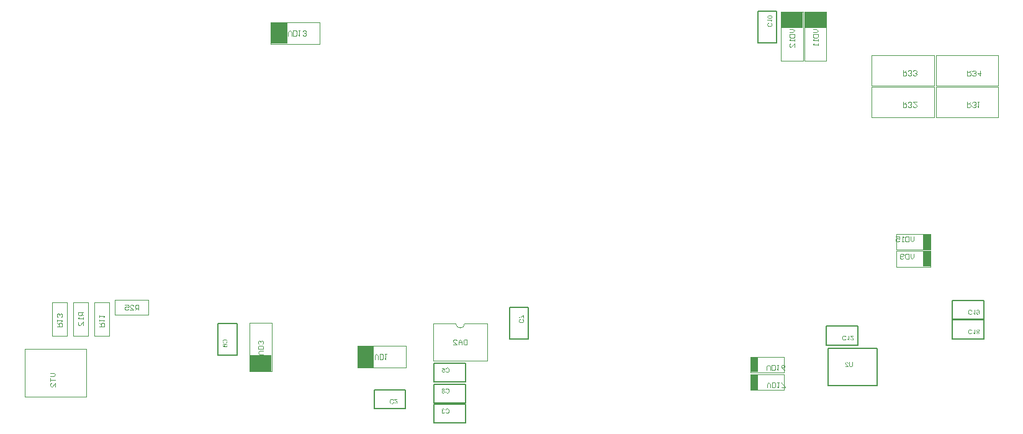
<source format=gbr>
%TF.GenerationSoftware,Altium Limited,Altium Designer,21.6.4 (81)*%
G04 Layer_Color=32896*
%FSLAX43Y43*%
%MOMM*%
%TF.SameCoordinates,00D99F87-3ADF-4980-A611-A04F0DE90361*%
%TF.FilePolarity,Positive*%
%TF.FileFunction,Other,Bottom_Assembly*%
%TF.Part,Single*%
G01*
G75*
%TA.AperFunction,NonConductor*%
%ADD66C,0.200*%
%ADD91C,0.100*%
%ADD98R,1.050X2.150*%
%ADD99R,3.000X2.250*%
%ADD100R,2.250X3.000*%
G36*
X124818Y8728D02*
X124834Y8727D01*
X124848Y8724D01*
X124862Y8721D01*
X124875Y8718D01*
X124887Y8714D01*
X124898Y8709D01*
X124908Y8705D01*
X124918Y8700D01*
X124925Y8695D01*
X124932Y8692D01*
X124937Y8688D01*
X124942Y8685D01*
X124945Y8682D01*
X124946Y8682D01*
X124947Y8681D01*
X124957Y8671D01*
X124965Y8661D01*
X124973Y8650D01*
X124980Y8639D01*
X124991Y8617D01*
X124998Y8595D01*
X125001Y8584D01*
X125004Y8574D01*
X125006Y8566D01*
X125007Y8559D01*
X125008Y8552D01*
Y8547D01*
X125009Y8545D01*
Y8544D01*
X124929Y8535D01*
X124927Y8557D01*
X124923Y8575D01*
X124918Y8592D01*
X124911Y8605D01*
X124906Y8616D01*
X124900Y8623D01*
X124896Y8628D01*
X124895Y8630D01*
X124881Y8641D01*
X124866Y8649D01*
X124850Y8656D01*
X124836Y8659D01*
X124823Y8662D01*
X124812Y8663D01*
X124809Y8664D01*
X124803D01*
X124784Y8663D01*
X124766Y8659D01*
X124751Y8654D01*
X124738Y8648D01*
X124728Y8642D01*
X124722Y8637D01*
X124717Y8633D01*
X124715Y8632D01*
X124704Y8619D01*
X124696Y8606D01*
X124689Y8593D01*
X124686Y8580D01*
X124683Y8570D01*
X124682Y8560D01*
X124681Y8555D01*
Y8554D01*
Y8553D01*
X124683Y8536D01*
X124687Y8519D01*
X124693Y8503D01*
X124700Y8488D01*
X124707Y8476D01*
X124713Y8466D01*
X124715Y8462D01*
X124717Y8460D01*
X124719Y8459D01*
Y8458D01*
X124726Y8448D01*
X124736Y8437D01*
X124746Y8426D01*
X124757Y8415D01*
X124780Y8393D01*
X124803Y8371D01*
X124815Y8361D01*
X124825Y8351D01*
X124835Y8343D01*
X124844Y8336D01*
X124850Y8330D01*
X124856Y8326D01*
X124859Y8323D01*
X124860Y8322D01*
X124884Y8302D01*
X124905Y8284D01*
X124922Y8267D01*
X124936Y8253D01*
X124948Y8241D01*
X124957Y8233D01*
X124961Y8228D01*
X124963Y8227D01*
Y8226D01*
X124976Y8210D01*
X124986Y8195D01*
X124995Y8180D01*
X125003Y8167D01*
X125008Y8156D01*
X125012Y8148D01*
X125014Y8142D01*
X125015Y8142D01*
Y8141D01*
X125019Y8130D01*
X125020Y8121D01*
X125022Y8112D01*
X125023Y8104D01*
X125024Y8096D01*
Y8091D01*
Y8087D01*
Y8086D01*
X124600D01*
Y8162D01*
X124915D01*
X124904Y8178D01*
X124898Y8184D01*
X124894Y8191D01*
X124889Y8196D01*
X124885Y8200D01*
X124883Y8203D01*
X124882Y8203D01*
X124877Y8208D01*
X124871Y8213D01*
X124859Y8225D01*
X124844Y8239D01*
X124828Y8252D01*
X124813Y8265D01*
X124807Y8270D01*
X124801Y8276D01*
X124797Y8279D01*
X124793Y8282D01*
X124791Y8284D01*
X124790Y8285D01*
X124775Y8298D01*
X124761Y8310D01*
X124748Y8322D01*
X124736Y8332D01*
X124724Y8342D01*
X124715Y8351D01*
X124706Y8360D01*
X124699Y8367D01*
X124691Y8375D01*
X124686Y8380D01*
X124681Y8385D01*
X124676Y8389D01*
X124672Y8395D01*
X124670Y8397D01*
X124657Y8412D01*
X124646Y8426D01*
X124637Y8440D01*
X124629Y8451D01*
X124624Y8461D01*
X124620Y8469D01*
X124618Y8473D01*
X124617Y8475D01*
X124612Y8489D01*
X124608Y8503D01*
X124604Y8516D01*
X124602Y8527D01*
X124602Y8537D01*
X124601Y8545D01*
Y8549D01*
Y8551D01*
X124602Y8565D01*
X124603Y8578D01*
X124605Y8591D01*
X124609Y8602D01*
X124618Y8624D01*
X124627Y8642D01*
X124633Y8650D01*
X124638Y8657D01*
X124642Y8663D01*
X124647Y8668D01*
X124651Y8671D01*
X124652Y8675D01*
X124654Y8676D01*
X124655Y8677D01*
X124665Y8686D01*
X124676Y8694D01*
X124688Y8701D01*
X124700Y8706D01*
X124724Y8716D01*
X124749Y8722D01*
X124759Y8724D01*
X124769Y8726D01*
X124778Y8727D01*
X124786Y8728D01*
X124792Y8729D01*
X124801D01*
X124818Y8728D01*
D02*
G37*
G36*
X125625Y8356D02*
Y8338D01*
X125624Y8320D01*
X125623Y8303D01*
X125621Y8288D01*
X125619Y8274D01*
X125618Y8261D01*
X125615Y8249D01*
X125613Y8238D01*
X125611Y8228D01*
X125608Y8219D01*
X125607Y8212D01*
X125605Y8206D01*
X125603Y8202D01*
X125602Y8198D01*
X125601Y8196D01*
Y8195D01*
X125591Y8175D01*
X125578Y8156D01*
X125565Y8142D01*
X125551Y8129D01*
X125539Y8118D01*
X125529Y8111D01*
X125525Y8109D01*
X125522Y8107D01*
X125521Y8106D01*
X125520D01*
X125496Y8095D01*
X125472Y8088D01*
X125448Y8082D01*
X125424Y8079D01*
X125414Y8078D01*
X125404Y8077D01*
X125395Y8076D01*
X125387D01*
X125381Y8075D01*
X125373D01*
X125339Y8077D01*
X125325Y8079D01*
X125311Y8081D01*
X125297Y8083D01*
X125285Y8086D01*
X125274Y8089D01*
X125264Y8093D01*
X125254Y8096D01*
X125247Y8099D01*
X125239Y8102D01*
X125234Y8105D01*
X125229Y8107D01*
X125227Y8108D01*
X125225Y8110D01*
X125224D01*
X125203Y8124D01*
X125187Y8140D01*
X125174Y8155D01*
X125163Y8169D01*
X125154Y8182D01*
X125149Y8192D01*
X125147Y8196D01*
X125145Y8199D01*
X125144Y8201D01*
Y8202D01*
X125141Y8213D01*
X125137Y8225D01*
X125131Y8250D01*
X125128Y8276D01*
X125125Y8301D01*
X125124Y8312D01*
X125123Y8323D01*
Y8332D01*
X125122Y8340D01*
Y8347D01*
Y8351D01*
Y8355D01*
Y8356D01*
Y8726D01*
X125207D01*
Y8356D01*
Y8335D01*
X125209Y8314D01*
X125211Y8297D01*
X125214Y8280D01*
X125216Y8265D01*
X125220Y8252D01*
X125223Y8240D01*
X125227Y8229D01*
X125230Y8221D01*
X125234Y8213D01*
X125238Y8207D01*
X125240Y8202D01*
X125243Y8198D01*
X125245Y8195D01*
X125246Y8194D01*
X125247Y8193D01*
X125255Y8186D01*
X125264Y8179D01*
X125285Y8169D01*
X125306Y8162D01*
X125328Y8157D01*
X125349Y8154D01*
X125357Y8153D01*
X125365D01*
X125371Y8152D01*
X125380D01*
X125399Y8153D01*
X125417Y8155D01*
X125434Y8158D01*
X125447Y8163D01*
X125458Y8167D01*
X125466Y8169D01*
X125471Y8172D01*
X125472Y8173D01*
X125485Y8181D01*
X125496Y8191D01*
X125506Y8202D01*
X125512Y8211D01*
X125518Y8220D01*
X125522Y8227D01*
X125524Y8231D01*
X125525Y8233D01*
X125528Y8241D01*
X125530Y8250D01*
X125533Y8269D01*
X125536Y8289D01*
X125538Y8310D01*
X125539Y8327D01*
Y8336D01*
X125540Y8342D01*
Y8348D01*
Y8352D01*
Y8355D01*
Y8356D01*
Y8726D01*
X125625D01*
Y8356D01*
D02*
G37*
G36*
X141670Y15874D02*
X141688Y15872D01*
X141705Y15870D01*
X141720Y15867D01*
X141735Y15862D01*
X141749Y15857D01*
X141762Y15853D01*
X141774Y15847D01*
X141784Y15843D01*
X141794Y15838D01*
X141802Y15833D01*
X141809Y15829D01*
X141814Y15825D01*
X141818Y15823D01*
X141820Y15821D01*
X141821Y15820D01*
X141834Y15809D01*
X141845Y15798D01*
X141855Y15785D01*
X141866Y15772D01*
X141882Y15747D01*
X141895Y15721D01*
X141901Y15709D01*
X141905Y15698D01*
X141909Y15687D01*
X141912Y15679D01*
X141915Y15672D01*
X141916Y15666D01*
X141917Y15662D01*
Y15661D01*
X141832Y15640D01*
X141829Y15655D01*
X141824Y15669D01*
X141819Y15682D01*
X141815Y15694D01*
X141809Y15705D01*
X141804Y15714D01*
X141797Y15723D01*
X141792Y15732D01*
X141787Y15739D01*
X141781Y15745D01*
X141777Y15750D01*
X141773Y15755D01*
X141769Y15758D01*
X141767Y15760D01*
X141766Y15761D01*
X141765Y15762D01*
X141756Y15770D01*
X141745Y15775D01*
X141725Y15785D01*
X141706Y15793D01*
X141686Y15797D01*
X141670Y15801D01*
X141663Y15802D01*
X141657D01*
X141651Y15803D01*
X141645D01*
X141623Y15802D01*
X141603Y15798D01*
X141585Y15794D01*
X141568Y15788D01*
X141555Y15783D01*
X141549Y15780D01*
X141545Y15778D01*
X141541Y15776D01*
X141538Y15774D01*
X141536Y15773D01*
X141536D01*
X141518Y15760D01*
X141503Y15747D01*
X141490Y15731D01*
X141480Y15716D01*
X141472Y15703D01*
X141466Y15692D01*
X141464Y15687D01*
X141462Y15685D01*
X141462Y15683D01*
Y15682D01*
X141454Y15658D01*
X141449Y15634D01*
X141444Y15610D01*
X141441Y15587D01*
X141440Y15577D01*
X141439Y15568D01*
Y15560D01*
X141438Y15553D01*
Y15548D01*
Y15543D01*
Y15540D01*
Y15539D01*
X141439Y15515D01*
X141441Y15493D01*
X141445Y15473D01*
X141449Y15454D01*
X141451Y15439D01*
X141453Y15432D01*
X141455Y15427D01*
X141456Y15422D01*
X141457Y15419D01*
X141458Y15417D01*
Y15416D01*
X141467Y15395D01*
X141477Y15376D01*
X141488Y15360D01*
X141500Y15346D01*
X141511Y15335D01*
X141519Y15328D01*
X141525Y15323D01*
X141526Y15321D01*
X141527D01*
X141547Y15309D01*
X141568Y15300D01*
X141588Y15293D01*
X141608Y15290D01*
X141625Y15287D01*
X141633Y15286D01*
X141639D01*
X141644Y15285D01*
X141651D01*
X141674Y15286D01*
X141695Y15290D01*
X141713Y15295D01*
X141729Y15301D01*
X141741Y15307D01*
X141750Y15312D01*
X141756Y15316D01*
X141757Y15318D01*
X141772Y15331D01*
X141786Y15347D01*
X141797Y15364D01*
X141806Y15380D01*
X141814Y15395D01*
X141817Y15403D01*
X141818Y15408D01*
X141820Y15413D01*
X141822Y15416D01*
X141823Y15418D01*
Y15419D01*
X141906Y15400D01*
X141901Y15383D01*
X141895Y15368D01*
X141888Y15354D01*
X141881Y15341D01*
X141874Y15329D01*
X141866Y15318D01*
X141858Y15306D01*
X141851Y15297D01*
X141843Y15290D01*
X141837Y15282D01*
X141830Y15276D01*
X141826Y15271D01*
X141821Y15267D01*
X141817Y15264D01*
X141816Y15263D01*
X141815Y15262D01*
X141802Y15254D01*
X141789Y15245D01*
X141776Y15239D01*
X141762Y15233D01*
X141734Y15225D01*
X141709Y15219D01*
X141697Y15217D01*
X141687Y15216D01*
X141677Y15215D01*
X141669Y15214D01*
X141662Y15213D01*
X141653D01*
X141622Y15215D01*
X141593Y15219D01*
X141567Y15225D01*
X141555Y15229D01*
X141544Y15232D01*
X141534Y15236D01*
X141524Y15240D01*
X141517Y15243D01*
X141510Y15245D01*
X141505Y15248D01*
X141501Y15250D01*
X141499Y15251D01*
X141498Y15252D01*
X141473Y15268D01*
X141451Y15286D01*
X141433Y15305D01*
X141417Y15323D01*
X141405Y15340D01*
X141401Y15347D01*
X141397Y15354D01*
X141393Y15358D01*
X141391Y15362D01*
X141390Y15365D01*
X141389Y15366D01*
X141376Y15394D01*
X141367Y15424D01*
X141361Y15453D01*
X141356Y15480D01*
X141354Y15492D01*
X141353Y15504D01*
X141352Y15514D01*
Y15523D01*
X141352Y15529D01*
Y15535D01*
Y15538D01*
Y15539D01*
X141353Y15573D01*
X141357Y15605D01*
X141362Y15634D01*
X141365Y15648D01*
X141368Y15660D01*
X141371Y15671D01*
X141375Y15681D01*
X141377Y15690D01*
X141379Y15698D01*
X141382Y15703D01*
X141383Y15708D01*
X141385Y15710D01*
Y15711D01*
X141399Y15739D01*
X141414Y15764D01*
X141431Y15785D01*
X141439Y15794D01*
X141447Y15802D01*
X141454Y15809D01*
X141462Y15816D01*
X141468Y15821D01*
X141474Y15825D01*
X141477Y15829D01*
X141481Y15832D01*
X141483Y15832D01*
X141484Y15833D01*
X141497Y15841D01*
X141510Y15847D01*
X141537Y15857D01*
X141565Y15865D01*
X141592Y15869D01*
X141605Y15871D01*
X141616Y15873D01*
X141626Y15874D01*
X141634D01*
X141642Y15875D01*
X141652D01*
X141670Y15874D01*
D02*
G37*
G36*
X142704Y15873D02*
X142727Y15869D01*
X142749Y15863D01*
X142766Y15856D01*
X142773Y15853D01*
X142781Y15849D01*
X142786Y15845D01*
X142792Y15843D01*
X142796Y15841D01*
X142798Y15839D01*
X142800Y15837D01*
X142801D01*
X142820Y15821D01*
X142836Y15804D01*
X142849Y15785D01*
X142860Y15768D01*
X142870Y15752D01*
X142873Y15745D01*
X142876Y15739D01*
X142878Y15734D01*
X142880Y15730D01*
X142881Y15728D01*
Y15727D01*
X142885Y15713D01*
X142890Y15698D01*
X142896Y15666D01*
X142901Y15633D01*
X142904Y15601D01*
X142906Y15587D01*
X142907Y15574D01*
Y15562D01*
X142908Y15551D01*
Y15543D01*
Y15537D01*
Y15532D01*
Y15531D01*
Y15510D01*
X142907Y15489D01*
X142905Y15471D01*
X142903Y15453D01*
X142901Y15438D01*
X142899Y15423D01*
X142896Y15409D01*
X142894Y15397D01*
X142891Y15387D01*
X142889Y15378D01*
X142886Y15369D01*
X142884Y15363D01*
X142883Y15358D01*
X142881Y15354D01*
X142880Y15353D01*
Y15352D01*
X142869Y15330D01*
X142857Y15310D01*
X142843Y15293D01*
X142831Y15280D01*
X142819Y15269D01*
X142810Y15262D01*
X142806Y15259D01*
X142803Y15257D01*
X142802Y15256D01*
X142801D01*
X142782Y15244D01*
X142762Y15236D01*
X142743Y15230D01*
X142725Y15226D01*
X142710Y15223D01*
X142703Y15222D01*
X142699D01*
X142694Y15221D01*
X142688D01*
X142672Y15222D01*
X142657Y15224D01*
X142642Y15227D01*
X142629Y15231D01*
X142604Y15241D01*
X142593Y15245D01*
X142584Y15251D01*
X142575Y15257D01*
X142567Y15262D01*
X142560Y15268D01*
X142554Y15272D01*
X142550Y15276D01*
X142547Y15279D01*
X142545Y15281D01*
X142544Y15281D01*
X142534Y15293D01*
X142526Y15305D01*
X142517Y15318D01*
X142511Y15330D01*
X142505Y15344D01*
X142501Y15357D01*
X142494Y15381D01*
X142492Y15393D01*
X142490Y15403D01*
X142489Y15414D01*
X142488Y15422D01*
X142487Y15428D01*
Y15433D01*
Y15437D01*
Y15438D01*
X142488Y15455D01*
X142490Y15471D01*
X142492Y15487D01*
X142495Y15501D01*
X142500Y15514D01*
X142504Y15527D01*
X142509Y15538D01*
X142515Y15549D01*
X142519Y15558D01*
X142524Y15566D01*
X142528Y15573D01*
X142533Y15579D01*
X142537Y15584D01*
X142539Y15587D01*
X142540Y15588D01*
X142541Y15589D01*
X142552Y15599D01*
X142563Y15608D01*
X142574Y15616D01*
X142586Y15623D01*
X142597Y15628D01*
X142608Y15633D01*
X142629Y15639D01*
X142639Y15642D01*
X142648Y15644D01*
X142655Y15645D01*
X142663Y15646D01*
X142668Y15647D01*
X142675D01*
X142693Y15646D01*
X142710Y15643D01*
X142724Y15639D01*
X142738Y15635D01*
X142749Y15631D01*
X142757Y15627D01*
X142762Y15624D01*
X142764Y15624D01*
X142779Y15614D01*
X142792Y15604D01*
X142803Y15594D01*
X142812Y15585D01*
X142819Y15575D01*
X142824Y15569D01*
X142828Y15564D01*
X142829Y15563D01*
Y15570D01*
Y15575D01*
Y15577D01*
Y15578D01*
X142828Y15597D01*
X142827Y15614D01*
X142825Y15630D01*
X142823Y15645D01*
X142821Y15657D01*
X142819Y15666D01*
X142818Y15670D01*
Y15673D01*
X142817Y15673D01*
Y15674D01*
X142812Y15691D01*
X142808Y15706D01*
X142803Y15719D01*
X142798Y15730D01*
X142795Y15738D01*
X142791Y15745D01*
X142789Y15749D01*
X142788Y15750D01*
X142781Y15760D01*
X142773Y15769D01*
X142766Y15776D01*
X142759Y15783D01*
X142753Y15788D01*
X142748Y15792D01*
X142744Y15794D01*
X142743Y15795D01*
X142733Y15800D01*
X142722Y15804D01*
X142712Y15807D01*
X142701Y15808D01*
X142693Y15809D01*
X142687Y15810D01*
X142680D01*
X142665Y15809D01*
X142651Y15807D01*
X142639Y15803D01*
X142629Y15798D01*
X142622Y15795D01*
X142615Y15791D01*
X142612Y15788D01*
X142611Y15787D01*
X142602Y15777D01*
X142594Y15765D01*
X142588Y15752D01*
X142583Y15739D01*
X142579Y15728D01*
X142577Y15718D01*
X142576Y15714D01*
Y15712D01*
X142575Y15710D01*
Y15710D01*
X142499Y15716D01*
X142504Y15743D01*
X142512Y15766D01*
X142521Y15786D01*
X142530Y15803D01*
X142540Y15816D01*
X142544Y15821D01*
X142548Y15826D01*
X142551Y15829D01*
X142553Y15832D01*
X142554Y15832D01*
X142555Y15833D01*
X142565Y15841D01*
X142575Y15847D01*
X142595Y15857D01*
X142615Y15865D01*
X142635Y15869D01*
X142652Y15873D01*
X142660Y15874D01*
X142666D01*
X142671Y15875D01*
X142678D01*
X142704Y15873D01*
D02*
G37*
G36*
X142285Y15221D02*
X142234D01*
X142225Y15237D01*
X142215Y15252D01*
X142203Y15267D01*
X142192Y15280D01*
X142181Y15291D01*
X142173Y15300D01*
X142169Y15303D01*
X142166Y15305D01*
X142165Y15306D01*
X142164Y15307D01*
X142145Y15323D01*
X142125Y15338D01*
X142107Y15351D01*
X142088Y15361D01*
X142073Y15370D01*
X142066Y15374D01*
X142061Y15377D01*
X142056Y15379D01*
X142052Y15380D01*
X142050Y15382D01*
X142050D01*
Y15458D01*
X142063Y15452D01*
X142077Y15446D01*
X142091Y15440D01*
X142104Y15433D01*
X142115Y15428D01*
X142124Y15423D01*
X142130Y15419D01*
X142131Y15418D01*
X142132D01*
X142148Y15408D01*
X142163Y15398D01*
X142176Y15389D01*
X142186Y15380D01*
X142196Y15374D01*
X142201Y15368D01*
X142206Y15365D01*
X142207Y15364D01*
Y15864D01*
X142285D01*
Y15221D01*
D02*
G37*
G36*
X141670Y13199D02*
X141688Y13197D01*
X141705Y13195D01*
X141720Y13192D01*
X141735Y13187D01*
X141749Y13182D01*
X141762Y13178D01*
X141774Y13172D01*
X141784Y13168D01*
X141794Y13163D01*
X141802Y13158D01*
X141809Y13154D01*
X141814Y13150D01*
X141818Y13148D01*
X141820Y13146D01*
X141821Y13145D01*
X141834Y13134D01*
X141845Y13123D01*
X141855Y13110D01*
X141866Y13097D01*
X141882Y13071D01*
X141895Y13046D01*
X141901Y13034D01*
X141905Y13023D01*
X141909Y13012D01*
X141912Y13004D01*
X141915Y12997D01*
X141916Y12991D01*
X141917Y12987D01*
Y12986D01*
X141832Y12965D01*
X141829Y12980D01*
X141824Y12994D01*
X141819Y13007D01*
X141815Y13019D01*
X141809Y13030D01*
X141804Y13039D01*
X141797Y13048D01*
X141792Y13057D01*
X141787Y13064D01*
X141781Y13070D01*
X141777Y13075D01*
X141773Y13080D01*
X141769Y13083D01*
X141767Y13085D01*
X141766Y13086D01*
X141765Y13087D01*
X141756Y13095D01*
X141745Y13100D01*
X141725Y13110D01*
X141706Y13118D01*
X141686Y13122D01*
X141670Y13126D01*
X141663Y13127D01*
X141657D01*
X141651Y13128D01*
X141645D01*
X141623Y13127D01*
X141603Y13123D01*
X141585Y13119D01*
X141568Y13113D01*
X141555Y13108D01*
X141549Y13105D01*
X141545Y13103D01*
X141541Y13101D01*
X141538Y13099D01*
X141536Y13098D01*
X141536D01*
X141518Y13085D01*
X141503Y13071D01*
X141490Y13056D01*
X141480Y13041D01*
X141472Y13028D01*
X141466Y13017D01*
X141464Y13012D01*
X141462Y13010D01*
X141462Y13008D01*
Y13007D01*
X141454Y12983D01*
X141449Y12959D01*
X141444Y12935D01*
X141441Y12912D01*
X141440Y12902D01*
X141439Y12893D01*
Y12885D01*
X141438Y12878D01*
Y12873D01*
Y12868D01*
Y12865D01*
Y12864D01*
X141439Y12840D01*
X141441Y12818D01*
X141445Y12798D01*
X141449Y12779D01*
X141451Y12764D01*
X141453Y12757D01*
X141455Y12752D01*
X141456Y12747D01*
X141457Y12744D01*
X141458Y12742D01*
Y12741D01*
X141467Y12720D01*
X141477Y12701D01*
X141488Y12685D01*
X141500Y12671D01*
X141511Y12660D01*
X141519Y12653D01*
X141525Y12648D01*
X141526Y12646D01*
X141527D01*
X141547Y12634D01*
X141568Y12625D01*
X141588Y12618D01*
X141608Y12615D01*
X141625Y12612D01*
X141633Y12611D01*
X141639D01*
X141644Y12610D01*
X141651D01*
X141674Y12611D01*
X141695Y12615D01*
X141713Y12620D01*
X141729Y12626D01*
X141741Y12632D01*
X141750Y12637D01*
X141756Y12641D01*
X141757Y12642D01*
X141772Y12656D01*
X141786Y12672D01*
X141797Y12689D01*
X141806Y12705D01*
X141814Y12720D01*
X141817Y12728D01*
X141818Y12733D01*
X141820Y12738D01*
X141822Y12741D01*
X141823Y12743D01*
Y12744D01*
X141906Y12725D01*
X141901Y12708D01*
X141895Y12693D01*
X141888Y12679D01*
X141881Y12666D01*
X141874Y12654D01*
X141866Y12642D01*
X141858Y12631D01*
X141851Y12622D01*
X141843Y12615D01*
X141837Y12607D01*
X141830Y12601D01*
X141826Y12596D01*
X141821Y12592D01*
X141817Y12589D01*
X141816Y12588D01*
X141815Y12587D01*
X141802Y12579D01*
X141789Y12570D01*
X141776Y12564D01*
X141762Y12558D01*
X141734Y12550D01*
X141709Y12545D01*
X141697Y12542D01*
X141687Y12541D01*
X141677Y12540D01*
X141669Y12539D01*
X141662Y12538D01*
X141653D01*
X141622Y12540D01*
X141593Y12545D01*
X141567Y12550D01*
X141555Y12554D01*
X141544Y12557D01*
X141534Y12561D01*
X141524Y12565D01*
X141517Y12568D01*
X141510Y12570D01*
X141505Y12573D01*
X141501Y12575D01*
X141499Y12576D01*
X141498Y12577D01*
X141473Y12593D01*
X141451Y12611D01*
X141433Y12630D01*
X141417Y12648D01*
X141405Y12665D01*
X141401Y12672D01*
X141397Y12679D01*
X141393Y12683D01*
X141391Y12687D01*
X141390Y12690D01*
X141389Y12691D01*
X141376Y12719D01*
X141367Y12749D01*
X141361Y12778D01*
X141356Y12805D01*
X141354Y12817D01*
X141353Y12829D01*
X141352Y12839D01*
Y12848D01*
X141352Y12854D01*
Y12860D01*
Y12863D01*
Y12864D01*
X141353Y12898D01*
X141357Y12930D01*
X141362Y12959D01*
X141365Y12973D01*
X141368Y12985D01*
X141371Y12996D01*
X141375Y13006D01*
X141377Y13015D01*
X141379Y13023D01*
X141382Y13028D01*
X141383Y13033D01*
X141385Y13035D01*
Y13036D01*
X141399Y13064D01*
X141414Y13089D01*
X141431Y13110D01*
X141439Y13119D01*
X141447Y13127D01*
X141454Y13134D01*
X141462Y13141D01*
X141468Y13146D01*
X141474Y13150D01*
X141477Y13154D01*
X141481Y13157D01*
X141483Y13157D01*
X141484Y13158D01*
X141497Y13166D01*
X141510Y13172D01*
X141537Y13182D01*
X141565Y13190D01*
X141592Y13194D01*
X141605Y13196D01*
X141616Y13198D01*
X141626Y13199D01*
X141634D01*
X141642Y13200D01*
X141652D01*
X141670Y13199D01*
D02*
G37*
G36*
X142285Y12546D02*
X142234D01*
X142225Y12562D01*
X142215Y12577D01*
X142203Y12592D01*
X142192Y12605D01*
X142181Y12616D01*
X142173Y12625D01*
X142169Y12628D01*
X142166Y12630D01*
X142165Y12631D01*
X142164Y12632D01*
X142145Y12648D01*
X142125Y12663D01*
X142107Y12676D01*
X142088Y12686D01*
X142073Y12695D01*
X142066Y12699D01*
X142061Y12702D01*
X142056Y12704D01*
X142052Y12705D01*
X142050Y12707D01*
X142050D01*
Y12783D01*
X142063Y12777D01*
X142077Y12771D01*
X142091Y12765D01*
X142104Y12758D01*
X142115Y12753D01*
X142124Y12748D01*
X142130Y12744D01*
X142131Y12743D01*
X142132D01*
X142148Y12733D01*
X142163Y12723D01*
X142176Y12714D01*
X142186Y12705D01*
X142196Y12699D01*
X142201Y12693D01*
X142206Y12690D01*
X142207Y12689D01*
Y13189D01*
X142285D01*
Y12546D01*
D02*
G37*
G36*
X142714Y13199D02*
X142730Y13197D01*
X142746Y13194D01*
X142761Y13192D01*
X142773Y13187D01*
X142786Y13182D01*
X142798Y13178D01*
X142809Y13172D01*
X142818Y13167D01*
X142826Y13162D01*
X142833Y13157D01*
X142839Y13153D01*
X142844Y13150D01*
X142847Y13147D01*
X142848Y13145D01*
X142849Y13145D01*
X142859Y13133D01*
X142869Y13122D01*
X142876Y13111D01*
X142883Y13099D01*
X142889Y13088D01*
X142894Y13076D01*
X142900Y13055D01*
X142903Y13045D01*
X142905Y13035D01*
X142906Y13027D01*
X142907Y13021D01*
X142908Y13015D01*
Y13010D01*
Y13008D01*
Y13007D01*
X142907Y12986D01*
X142903Y12966D01*
X142897Y12949D01*
X142892Y12934D01*
X142886Y12922D01*
X142881Y12912D01*
X142877Y12907D01*
X142876Y12906D01*
Y12905D01*
X142863Y12890D01*
X142849Y12877D01*
X142835Y12867D01*
X142821Y12858D01*
X142808Y12851D01*
X142797Y12847D01*
X142793Y12845D01*
X142790Y12844D01*
X142788Y12843D01*
X142787D01*
X142804Y12836D01*
X142818Y12827D01*
X142830Y12819D01*
X142840Y12811D01*
X142847Y12803D01*
X142853Y12798D01*
X142857Y12794D01*
X142858Y12792D01*
X142866Y12779D01*
X142871Y12766D01*
X142876Y12753D01*
X142879Y12741D01*
X142881Y12730D01*
X142882Y12722D01*
Y12716D01*
Y12716D01*
Y12715D01*
X142881Y12702D01*
X142880Y12690D01*
X142873Y12667D01*
X142865Y12646D01*
X142856Y12629D01*
X142847Y12615D01*
X142842Y12609D01*
X142838Y12604D01*
X142835Y12600D01*
X142832Y12597D01*
X142831Y12596D01*
X142830Y12595D01*
X142820Y12587D01*
X142810Y12579D01*
X142798Y12572D01*
X142787Y12567D01*
X142765Y12558D01*
X142743Y12553D01*
X142734Y12550D01*
X142724Y12549D01*
X142716Y12548D01*
X142709Y12547D01*
X142703Y12546D01*
X142695D01*
X142680Y12547D01*
X142665Y12548D01*
X142639Y12554D01*
X142627Y12557D01*
X142616Y12561D01*
X142606Y12566D01*
X142597Y12570D01*
X142589Y12575D01*
X142582Y12580D01*
X142576Y12583D01*
X142571Y12587D01*
X142567Y12590D01*
X142565Y12593D01*
X142563Y12594D01*
X142562Y12594D01*
X142553Y12604D01*
X142545Y12613D01*
X142539Y12623D01*
X142533Y12633D01*
X142524Y12653D01*
X142518Y12671D01*
X142515Y12687D01*
X142514Y12694D01*
X142513Y12700D01*
X142512Y12705D01*
Y12709D01*
Y12711D01*
Y12712D01*
X142513Y12728D01*
X142516Y12744D01*
X142519Y12758D01*
X142524Y12770D01*
X142528Y12779D01*
X142531Y12787D01*
X142534Y12790D01*
X142535Y12792D01*
X142545Y12803D01*
X142556Y12814D01*
X142568Y12823D01*
X142580Y12830D01*
X142591Y12836D01*
X142600Y12839D01*
X142603Y12841D01*
X142606Y12842D01*
X142607Y12843D01*
X142608D01*
X142587Y12850D01*
X142569Y12858D01*
X142553Y12868D01*
X142540Y12877D01*
X142530Y12887D01*
X142523Y12894D01*
X142519Y12899D01*
X142517Y12900D01*
Y12900D01*
X142507Y12917D01*
X142499Y12935D01*
X142493Y12951D01*
X142490Y12968D01*
X142488Y12983D01*
X142487Y12989D01*
Y12995D01*
X142486Y12998D01*
Y13002D01*
Y13004D01*
Y13005D01*
X142487Y13020D01*
X142489Y13035D01*
X142492Y13048D01*
X142495Y13062D01*
X142504Y13085D01*
X142509Y13096D01*
X142515Y13106D01*
X142520Y13115D01*
X142525Y13122D01*
X142530Y13129D01*
X142534Y13134D01*
X142538Y13139D01*
X142540Y13142D01*
X142542Y13144D01*
X142543Y13145D01*
X142554Y13155D01*
X142566Y13163D01*
X142579Y13170D01*
X142592Y13177D01*
X142604Y13182D01*
X142617Y13186D01*
X142642Y13193D01*
X142653Y13195D01*
X142663Y13197D01*
X142673Y13198D01*
X142681Y13199D01*
X142688Y13200D01*
X142697D01*
X142714Y13199D01*
D02*
G37*
G36*
X40023Y11848D02*
X40055Y11844D01*
X40084Y11840D01*
X40098Y11836D01*
X40110Y11833D01*
X40121Y11831D01*
X40131Y11827D01*
X40140Y11824D01*
X40147Y11822D01*
X40153Y11819D01*
X40158Y11819D01*
X40160Y11817D01*
X40161D01*
X40189Y11803D01*
X40214Y11787D01*
X40235Y11771D01*
X40244Y11762D01*
X40252Y11755D01*
X40259Y11747D01*
X40266Y11740D01*
X40271Y11734D01*
X40275Y11728D01*
X40279Y11724D01*
X40282Y11721D01*
X40282Y11719D01*
X40283Y11718D01*
X40291Y11705D01*
X40297Y11692D01*
X40307Y11664D01*
X40315Y11636D01*
X40319Y11610D01*
X40321Y11597D01*
X40323Y11586D01*
X40324Y11575D01*
Y11567D01*
X40325Y11560D01*
Y11550D01*
X40324Y11531D01*
X40322Y11513D01*
X40320Y11497D01*
X40317Y11481D01*
X40312Y11466D01*
X40307Y11452D01*
X40303Y11440D01*
X40297Y11427D01*
X40293Y11417D01*
X40288Y11407D01*
X40283Y11400D01*
X40279Y11392D01*
X40275Y11388D01*
X40273Y11383D01*
X40271Y11381D01*
X40270Y11380D01*
X40259Y11367D01*
X40248Y11356D01*
X40235Y11346D01*
X40222Y11336D01*
X40196Y11319D01*
X40171Y11306D01*
X40159Y11301D01*
X40147Y11296D01*
X40137Y11292D01*
X40129Y11290D01*
X40122Y11287D01*
X40116Y11285D01*
X40112Y11284D01*
X40111D01*
X40090Y11369D01*
X40105Y11373D01*
X40119Y11378D01*
X40132Y11382D01*
X40144Y11387D01*
X40155Y11392D01*
X40164Y11398D01*
X40173Y11404D01*
X40182Y11410D01*
X40189Y11415D01*
X40195Y11420D01*
X40200Y11425D01*
X40205Y11428D01*
X40208Y11432D01*
X40210Y11435D01*
X40211Y11436D01*
X40212Y11437D01*
X40220Y11446D01*
X40225Y11456D01*
X40235Y11476D01*
X40243Y11496D01*
X40247Y11515D01*
X40251Y11532D01*
X40252Y11538D01*
Y11545D01*
X40253Y11550D01*
Y11557D01*
X40252Y11578D01*
X40248Y11599D01*
X40244Y11617D01*
X40238Y11634D01*
X40233Y11647D01*
X40230Y11652D01*
X40228Y11657D01*
X40226Y11660D01*
X40224Y11663D01*
X40223Y11665D01*
Y11666D01*
X40210Y11684D01*
X40196Y11698D01*
X40181Y11711D01*
X40166Y11722D01*
X40153Y11730D01*
X40142Y11735D01*
X40137Y11737D01*
X40135Y11739D01*
X40133Y11740D01*
X40132D01*
X40108Y11747D01*
X40084Y11753D01*
X40060Y11758D01*
X40037Y11760D01*
X40027Y11761D01*
X40018Y11762D01*
X40010D01*
X40003Y11763D01*
X39998D01*
X39993D01*
X39990D01*
X39989D01*
X39965Y11762D01*
X39943Y11760D01*
X39923Y11757D01*
X39904Y11753D01*
X39889Y11750D01*
X39882Y11748D01*
X39877Y11746D01*
X39872Y11746D01*
X39869Y11745D01*
X39867Y11744D01*
X39866D01*
X39845Y11734D01*
X39826Y11724D01*
X39810Y11713D01*
X39796Y11701D01*
X39785Y11691D01*
X39778Y11683D01*
X39773Y11676D01*
X39771Y11675D01*
Y11674D01*
X39759Y11655D01*
X39750Y11634D01*
X39743Y11613D01*
X39740Y11594D01*
X39737Y11576D01*
X39736Y11569D01*
Y11562D01*
X39735Y11558D01*
Y11550D01*
X39736Y11527D01*
X39740Y11506D01*
X39745Y11489D01*
X39751Y11473D01*
X39757Y11461D01*
X39762Y11452D01*
X39766Y11446D01*
X39768Y11444D01*
X39781Y11429D01*
X39797Y11415D01*
X39814Y11404D01*
X39830Y11395D01*
X39845Y11388D01*
X39853Y11385D01*
X39858Y11383D01*
X39863Y11381D01*
X39866Y11379D01*
X39868Y11378D01*
X39869D01*
X39850Y11295D01*
X39833Y11301D01*
X39818Y11306D01*
X39804Y11314D01*
X39791Y11320D01*
X39779Y11328D01*
X39768Y11336D01*
X39756Y11343D01*
X39747Y11351D01*
X39740Y11358D01*
X39732Y11365D01*
X39726Y11371D01*
X39721Y11376D01*
X39717Y11380D01*
X39714Y11384D01*
X39713Y11386D01*
X39712Y11387D01*
X39704Y11400D01*
X39695Y11413D01*
X39689Y11426D01*
X39683Y11440D01*
X39675Y11467D01*
X39669Y11492D01*
X39667Y11504D01*
X39666Y11514D01*
X39665Y11525D01*
X39664Y11533D01*
X39663Y11539D01*
Y11549D01*
X39665Y11579D01*
X39669Y11609D01*
X39675Y11635D01*
X39679Y11647D01*
X39682Y11658D01*
X39686Y11668D01*
X39690Y11677D01*
X39693Y11685D01*
X39695Y11692D01*
X39698Y11697D01*
X39700Y11700D01*
X39701Y11703D01*
X39702Y11704D01*
X39718Y11729D01*
X39736Y11750D01*
X39755Y11769D01*
X39773Y11784D01*
X39790Y11796D01*
X39797Y11801D01*
X39804Y11805D01*
X39808Y11808D01*
X39812Y11810D01*
X39815Y11811D01*
X39816Y11812D01*
X39844Y11825D01*
X39874Y11834D01*
X39903Y11841D01*
X39930Y11845D01*
X39942Y11847D01*
X39954Y11848D01*
X39964Y11849D01*
X39973D01*
X39979Y11850D01*
X39985D01*
X39988D01*
X39989D01*
X40023Y11848D01*
D02*
G37*
G36*
X40045Y11215D02*
X40073Y11213D01*
X40098Y11210D01*
X40123Y11206D01*
X40144Y11201D01*
X40163Y11196D01*
X40181Y11191D01*
X40196Y11184D01*
X40209Y11179D01*
X40221Y11173D01*
X40231Y11169D01*
X40239Y11163D01*
X40245Y11159D01*
X40249Y11157D01*
X40252Y11155D01*
X40253Y11154D01*
X40266Y11142D01*
X40277Y11129D01*
X40286Y11116D01*
X40294Y11103D01*
X40302Y11089D01*
X40307Y11076D01*
X40312Y11063D01*
X40316Y11050D01*
X40319Y11039D01*
X40321Y11028D01*
X40323Y11019D01*
X40324Y11011D01*
Y11003D01*
X40325Y10998D01*
Y10994D01*
X40324Y10973D01*
X40320Y10953D01*
X40317Y10936D01*
X40311Y10920D01*
X40307Y10908D01*
X40302Y10899D01*
X40301Y10895D01*
X40299Y10892D01*
X40298Y10891D01*
Y10890D01*
X40287Y10875D01*
X40274Y10860D01*
X40261Y10848D01*
X40248Y10838D01*
X40236Y10829D01*
X40227Y10824D01*
X40223Y10822D01*
X40221Y10820D01*
X40220Y10819D01*
X40219D01*
X40199Y10810D01*
X40179Y10803D01*
X40160Y10799D01*
X40143Y10796D01*
X40128Y10793D01*
X40123D01*
X40117Y10792D01*
X40112D01*
X40110D01*
X40108D01*
X40107D01*
X40090Y10793D01*
X40074Y10795D01*
X40059Y10798D01*
X40045Y10801D01*
X40032Y10805D01*
X40019Y10810D01*
X40008Y10814D01*
X39998Y10820D01*
X39988Y10826D01*
X39980Y10830D01*
X39974Y10835D01*
X39967Y10839D01*
X39963Y10842D01*
X39960Y10845D01*
X39958Y10847D01*
X39957Y10848D01*
X39947Y10858D01*
X39938Y10869D01*
X39930Y10881D01*
X39924Y10892D01*
X39917Y10903D01*
X39913Y10914D01*
X39906Y10936D01*
X39903Y10945D01*
X39902Y10954D01*
X39901Y10962D01*
X39900Y10969D01*
X39899Y10974D01*
Y10982D01*
X39900Y10998D01*
X39902Y11014D01*
X39905Y11029D01*
X39909Y11042D01*
X39914Y11053D01*
X39916Y11061D01*
X39919Y11067D01*
X39920Y11068D01*
Y11069D01*
X39929Y11084D01*
X39939Y11097D01*
X39950Y11109D01*
X39961Y11118D01*
X39970Y11126D01*
X39977Y11133D01*
X39983Y11136D01*
X39984Y11137D01*
X39967D01*
X39951Y11136D01*
X39936Y11135D01*
X39921Y11133D01*
X39908Y11133D01*
X39896Y11131D01*
X39885Y11129D01*
X39875Y11126D01*
X39866Y11124D01*
X39858Y11122D01*
X39852Y11121D01*
X39846Y11120D01*
X39842Y11118D01*
X39840Y11117D01*
X39838Y11116D01*
X39837D01*
X39818Y11107D01*
X39802Y11097D01*
X39789Y11087D01*
X39778Y11078D01*
X39768Y11070D01*
X39762Y11063D01*
X39758Y11059D01*
X39757Y11057D01*
X39750Y11046D01*
X39745Y11035D01*
X39742Y11023D01*
X39739Y11012D01*
X39737Y11004D01*
X39736Y10997D01*
Y10990D01*
X39738Y10974D01*
X39742Y10958D01*
X39747Y10945D01*
X39753Y10933D01*
X39759Y10924D01*
X39765Y10917D01*
X39768Y10913D01*
X39770Y10912D01*
X39779Y10905D01*
X39789Y10899D01*
X39800Y10893D01*
X39811Y10889D01*
X39821Y10886D01*
X39829Y10883D01*
X39835Y10882D01*
X39836Y10881D01*
X39837D01*
X39830Y10802D01*
X39804Y10808D01*
X39781Y10816D01*
X39761Y10826D01*
X39744Y10836D01*
X39731Y10846D01*
X39726Y10850D01*
X39721Y10854D01*
X39718Y10857D01*
X39716Y10860D01*
X39715Y10861D01*
X39714Y10862D01*
X39706Y10871D01*
X39700Y10881D01*
X39689Y10901D01*
X39682Y10922D01*
X39677Y10941D01*
X39673Y10959D01*
X39672Y10966D01*
Y10973D01*
X39671Y10978D01*
Y10986D01*
X39672Y11004D01*
X39674Y11022D01*
X39678Y11038D01*
X39682Y11054D01*
X39689Y11068D01*
X39694Y11082D01*
X39702Y11094D01*
X39708Y11105D01*
X39715Y11114D01*
X39722Y11123D01*
X39728Y11131D01*
X39733Y11136D01*
X39739Y11141D01*
X39743Y11145D01*
X39744Y11146D01*
X39745Y11147D01*
X39762Y11159D01*
X39781Y11170D01*
X39802Y11179D01*
X39823Y11187D01*
X39845Y11194D01*
X39867Y11199D01*
X39890Y11204D01*
X39912Y11207D01*
X39933Y11210D01*
X39952Y11212D01*
X39970Y11214D01*
X39985Y11215D01*
X39998D01*
X40007Y11216D01*
X40011D01*
X40013D01*
X40014D01*
X40015D01*
X40045Y11215D01*
D02*
G37*
G36*
X62793Y3696D02*
X62811Y3694D01*
X62827Y3692D01*
X62843Y3689D01*
X62858Y3684D01*
X62872Y3679D01*
X62885Y3675D01*
X62897Y3669D01*
X62907Y3665D01*
X62917Y3660D01*
X62924Y3655D01*
X62932Y3651D01*
X62936Y3647D01*
X62941Y3645D01*
X62943Y3643D01*
X62944Y3642D01*
X62957Y3631D01*
X62968Y3620D01*
X62978Y3607D01*
X62988Y3594D01*
X63005Y3568D01*
X63018Y3543D01*
X63023Y3530D01*
X63028Y3519D01*
X63032Y3509D01*
X63034Y3501D01*
X63037Y3494D01*
X63039Y3488D01*
X63040Y3484D01*
Y3483D01*
X62955Y3462D01*
X62951Y3477D01*
X62947Y3491D01*
X62942Y3504D01*
X62937Y3516D01*
X62932Y3527D01*
X62926Y3536D01*
X62920Y3545D01*
X62914Y3554D01*
X62910Y3561D01*
X62904Y3567D01*
X62899Y3572D01*
X62896Y3577D01*
X62892Y3579D01*
X62889Y3582D01*
X62888Y3583D01*
X62887Y3584D01*
X62878Y3592D01*
X62868Y3597D01*
X62848Y3607D01*
X62828Y3615D01*
X62809Y3619D01*
X62792Y3623D01*
X62786Y3624D01*
X62779D01*
X62774Y3625D01*
X62767D01*
X62746Y3624D01*
X62726Y3620D01*
X62707Y3616D01*
X62690Y3610D01*
X62678Y3604D01*
X62672Y3602D01*
X62667Y3600D01*
X62664Y3598D01*
X62661Y3596D01*
X62659Y3595D01*
X62658D01*
X62641Y3582D01*
X62626Y3568D01*
X62613Y3553D01*
X62603Y3538D01*
X62594Y3525D01*
X62589Y3514D01*
X62587Y3509D01*
X62585Y3506D01*
X62584Y3505D01*
Y3504D01*
X62577Y3480D01*
X62571Y3456D01*
X62567Y3432D01*
X62564Y3409D01*
X62563Y3399D01*
X62562Y3390D01*
Y3382D01*
X62561Y3375D01*
Y3370D01*
Y3365D01*
Y3362D01*
Y3361D01*
X62562Y3337D01*
X62564Y3315D01*
X62567Y3295D01*
X62571Y3276D01*
X62574Y3261D01*
X62576Y3254D01*
X62578Y3249D01*
X62579Y3244D01*
X62579Y3241D01*
X62580Y3239D01*
Y3238D01*
X62590Y3217D01*
X62600Y3198D01*
X62611Y3182D01*
X62623Y3168D01*
X62633Y3157D01*
X62641Y3150D01*
X62648Y3145D01*
X62649Y3143D01*
X62650D01*
X62669Y3131D01*
X62690Y3122D01*
X62711Y3115D01*
X62730Y3112D01*
X62748Y3109D01*
X62755Y3108D01*
X62762D01*
X62766Y3107D01*
X62774D01*
X62797Y3108D01*
X62818Y3112D01*
X62836Y3117D01*
X62851Y3123D01*
X62863Y3129D01*
X62873Y3134D01*
X62878Y3138D01*
X62880Y3139D01*
X62895Y3153D01*
X62909Y3169D01*
X62920Y3186D01*
X62929Y3202D01*
X62936Y3217D01*
X62939Y3224D01*
X62941Y3230D01*
X62943Y3235D01*
X62945Y3238D01*
X62946Y3240D01*
Y3241D01*
X63029Y3222D01*
X63023Y3205D01*
X63018Y3190D01*
X63010Y3176D01*
X63004Y3163D01*
X62996Y3150D01*
X62988Y3139D01*
X62981Y3128D01*
X62973Y3119D01*
X62966Y3112D01*
X62959Y3104D01*
X62953Y3098D01*
X62948Y3093D01*
X62944Y3089D01*
X62940Y3086D01*
X62938Y3085D01*
X62937Y3084D01*
X62924Y3076D01*
X62911Y3067D01*
X62898Y3061D01*
X62885Y3055D01*
X62857Y3047D01*
X62832Y3041D01*
X62820Y3039D01*
X62810Y3038D01*
X62800Y3037D01*
X62791Y3036D01*
X62785Y3035D01*
X62776D01*
X62745Y3037D01*
X62715Y3041D01*
X62690Y3047D01*
X62678Y3051D01*
X62666Y3054D01*
X62656Y3058D01*
X62647Y3062D01*
X62640Y3065D01*
X62632Y3067D01*
X62628Y3070D01*
X62624Y3072D01*
X62621Y3073D01*
X62620Y3074D01*
X62595Y3089D01*
X62574Y3108D01*
X62555Y3126D01*
X62540Y3145D01*
X62528Y3162D01*
X62523Y3169D01*
X62519Y3175D01*
X62516Y3180D01*
X62514Y3184D01*
X62513Y3187D01*
X62512Y3187D01*
X62499Y3216D01*
X62490Y3246D01*
X62483Y3275D01*
X62479Y3302D01*
X62477Y3314D01*
X62476Y3326D01*
X62475Y3335D01*
Y3345D01*
X62474Y3351D01*
Y3357D01*
Y3360D01*
Y3361D01*
X62476Y3395D01*
X62480Y3427D01*
X62484Y3456D01*
X62488Y3469D01*
X62491Y3481D01*
X62494Y3493D01*
X62497Y3503D01*
X62500Y3512D01*
X62502Y3519D01*
X62505Y3525D01*
X62506Y3530D01*
X62507Y3532D01*
Y3533D01*
X62521Y3561D01*
X62537Y3586D01*
X62554Y3607D01*
X62562Y3616D01*
X62569Y3624D01*
X62577Y3631D01*
X62584Y3638D01*
X62591Y3643D01*
X62596Y3647D01*
X62600Y3651D01*
X62604Y3653D01*
X62605Y3654D01*
X62606Y3655D01*
X62619Y3663D01*
X62632Y3669D01*
X62660Y3679D01*
X62688Y3687D01*
X62714Y3691D01*
X62727Y3693D01*
X62739Y3695D01*
X62749Y3696D01*
X62757D01*
X62764Y3697D01*
X62775D01*
X62793Y3696D01*
D02*
G37*
G36*
X63525Y3610D02*
X63210D01*
X63221Y3594D01*
X63227Y3588D01*
X63231Y3581D01*
X63236Y3576D01*
X63240Y3572D01*
X63242Y3569D01*
X63243Y3568D01*
X63248Y3564D01*
X63254Y3559D01*
X63266Y3547D01*
X63281Y3533D01*
X63297Y3519D01*
X63312Y3507D01*
X63318Y3502D01*
X63324Y3496D01*
X63328Y3493D01*
X63332Y3490D01*
X63334Y3488D01*
X63335Y3487D01*
X63350Y3474D01*
X63364Y3462D01*
X63377Y3450D01*
X63389Y3440D01*
X63401Y3430D01*
X63410Y3420D01*
X63419Y3412D01*
X63426Y3405D01*
X63434Y3397D01*
X63439Y3392D01*
X63444Y3387D01*
X63449Y3383D01*
X63453Y3377D01*
X63455Y3375D01*
X63468Y3359D01*
X63479Y3346D01*
X63488Y3332D01*
X63496Y3321D01*
X63501Y3310D01*
X63505Y3303D01*
X63507Y3298D01*
X63508Y3297D01*
X63513Y3283D01*
X63517Y3269D01*
X63521Y3256D01*
X63523Y3245D01*
X63523Y3235D01*
X63524Y3227D01*
Y3223D01*
Y3221D01*
X63523Y3207D01*
X63522Y3194D01*
X63520Y3181D01*
X63516Y3170D01*
X63507Y3148D01*
X63498Y3130D01*
X63492Y3122D01*
X63487Y3115D01*
X63483Y3109D01*
X63478Y3104D01*
X63474Y3101D01*
X63473Y3097D01*
X63471Y3096D01*
X63470Y3095D01*
X63460Y3086D01*
X63449Y3077D01*
X63437Y3071D01*
X63425Y3065D01*
X63401Y3056D01*
X63376Y3050D01*
X63366Y3048D01*
X63356Y3046D01*
X63347Y3045D01*
X63339Y3044D01*
X63333Y3043D01*
X63324D01*
X63307Y3044D01*
X63291Y3045D01*
X63277Y3048D01*
X63263Y3051D01*
X63250Y3054D01*
X63238Y3058D01*
X63227Y3063D01*
X63217Y3067D01*
X63207Y3072D01*
X63200Y3077D01*
X63193Y3080D01*
X63188Y3084D01*
X63183Y3087D01*
X63180Y3089D01*
X63179Y3090D01*
X63178Y3091D01*
X63168Y3101D01*
X63160Y3111D01*
X63152Y3122D01*
X63145Y3133D01*
X63134Y3155D01*
X63127Y3177D01*
X63124Y3187D01*
X63121Y3198D01*
X63119Y3206D01*
X63118Y3213D01*
X63117Y3220D01*
Y3224D01*
X63116Y3227D01*
Y3228D01*
X63196Y3236D01*
X63198Y3215D01*
X63202Y3197D01*
X63207Y3180D01*
X63214Y3167D01*
X63219Y3156D01*
X63225Y3149D01*
X63229Y3144D01*
X63230Y3142D01*
X63244Y3131D01*
X63259Y3123D01*
X63275Y3116D01*
X63289Y3113D01*
X63302Y3110D01*
X63313Y3109D01*
X63316Y3108D01*
X63322D01*
X63341Y3109D01*
X63359Y3113D01*
X63374Y3118D01*
X63387Y3124D01*
X63397Y3130D01*
X63403Y3135D01*
X63408Y3138D01*
X63410Y3140D01*
X63421Y3153D01*
X63429Y3166D01*
X63436Y3179D01*
X63439Y3192D01*
X63442Y3202D01*
X63443Y3212D01*
X63444Y3217D01*
Y3218D01*
Y3219D01*
X63442Y3236D01*
X63438Y3253D01*
X63432Y3269D01*
X63425Y3284D01*
X63418Y3296D01*
X63412Y3306D01*
X63410Y3310D01*
X63408Y3312D01*
X63406Y3313D01*
Y3314D01*
X63399Y3324D01*
X63389Y3334D01*
X63379Y3346D01*
X63368Y3357D01*
X63345Y3379D01*
X63322Y3401D01*
X63310Y3411D01*
X63300Y3420D01*
X63290Y3429D01*
X63281Y3436D01*
X63275Y3442D01*
X63269Y3446D01*
X63266Y3449D01*
X63265Y3450D01*
X63241Y3469D01*
X63220Y3488D01*
X63203Y3505D01*
X63189Y3518D01*
X63177Y3530D01*
X63168Y3539D01*
X63164Y3544D01*
X63162Y3545D01*
Y3546D01*
X63149Y3562D01*
X63139Y3577D01*
X63130Y3592D01*
X63122Y3604D01*
X63117Y3616D01*
X63113Y3624D01*
X63111Y3629D01*
X63110Y3630D01*
Y3631D01*
X63106Y3641D01*
X63105Y3651D01*
X63103Y3660D01*
X63102Y3668D01*
X63101Y3676D01*
Y3681D01*
Y3685D01*
Y3686D01*
X63525D01*
Y3610D01*
D02*
G37*
G36*
X114340Y56002D02*
X114355D01*
X114370Y56001D01*
X114383Y56000D01*
X114396Y55999D01*
X114407Y55998D01*
X114417Y55996D01*
X114426Y55995D01*
X114435Y55993D01*
X114441Y55992D01*
X114447Y55991D01*
X114451Y55990D01*
X114454Y55989D01*
X114456Y55988D01*
X114457D01*
X114477Y55983D01*
X114496Y55976D01*
X114511Y55969D01*
X114525Y55963D01*
X114537Y55957D01*
X114545Y55953D01*
X114550Y55950D01*
X114552Y55949D01*
X114566Y55939D01*
X114578Y55928D01*
X114588Y55917D01*
X114597Y55907D01*
X114604Y55898D01*
X114608Y55890D01*
X114611Y55886D01*
X114612Y55885D01*
Y55884D01*
X114619Y55869D01*
X114624Y55853D01*
X114628Y55839D01*
X114631Y55825D01*
X114632Y55813D01*
X114633Y55803D01*
Y55794D01*
X114631Y55769D01*
X114628Y55746D01*
X114621Y55727D01*
X114615Y55710D01*
X114607Y55696D01*
X114605Y55691D01*
X114601Y55686D01*
X114599Y55682D01*
X114597Y55680D01*
X114595Y55679D01*
Y55678D01*
X114581Y55661D01*
X114563Y55647D01*
X114545Y55635D01*
X114529Y55626D01*
X114513Y55619D01*
X114507Y55615D01*
X114500Y55613D01*
X114496Y55611D01*
X114492Y55609D01*
X114490Y55608D01*
X114489D01*
X114475Y55605D01*
X114461Y55601D01*
X114431Y55596D01*
X114400Y55591D01*
X114372Y55588D01*
X114358Y55587D01*
X114346Y55586D01*
X114335D01*
X114324Y55585D01*
X114317D01*
X114311D01*
X114307D01*
X114306D01*
X114274Y55586D01*
X114243Y55588D01*
X114215Y55591D01*
X114189Y55596D01*
X114165Y55600D01*
X114144Y55606D01*
X114125Y55611D01*
X114108Y55617D01*
X114093Y55622D01*
X114080Y55629D01*
X114069Y55633D01*
X114061Y55638D01*
X114054Y55643D01*
X114049Y55645D01*
X114046Y55647D01*
X114045Y55648D01*
X114034Y55658D01*
X114024Y55669D01*
X114015Y55681D01*
X114007Y55694D01*
X114001Y55706D01*
X113995Y55718D01*
X113992Y55730D01*
X113988Y55741D01*
X113985Y55752D01*
X113983Y55762D01*
X113981Y55771D01*
X113981Y55779D01*
X113980Y55785D01*
Y55794D01*
X113981Y55819D01*
X113985Y55842D01*
X113992Y55862D01*
X113998Y55878D01*
X114005Y55892D01*
X114008Y55897D01*
X114011Y55902D01*
X114013Y55905D01*
X114015Y55908D01*
X114017Y55909D01*
Y55910D01*
X114032Y55927D01*
X114049Y55940D01*
X114067Y55952D01*
X114084Y55962D01*
X114100Y55969D01*
X114106Y55973D01*
X114113Y55975D01*
X114117Y55976D01*
X114121Y55978D01*
X114123Y55979D01*
X114124D01*
X114138Y55984D01*
X114152Y55988D01*
X114181Y55993D01*
X114212Y55998D01*
X114241Y56000D01*
X114254Y56001D01*
X114266Y56002D01*
X114277D01*
X114287Y56003D01*
X114295D01*
X114301D01*
X114305D01*
X114306D01*
X114324D01*
X114340Y56002D01*
D02*
G37*
G36*
X114633Y55333D02*
X114618Y55324D01*
X114603Y55314D01*
X114588Y55301D01*
X114575Y55290D01*
X114564Y55279D01*
X114555Y55271D01*
X114552Y55267D01*
X114549Y55265D01*
X114548Y55264D01*
X114547Y55263D01*
X114532Y55243D01*
X114517Y55224D01*
X114504Y55205D01*
X114494Y55187D01*
X114484Y55171D01*
X114481Y55165D01*
X114478Y55159D01*
X114475Y55154D01*
X114474Y55151D01*
X114472Y55149D01*
Y55148D01*
X114397D01*
X114402Y55162D01*
X114409Y55176D01*
X114415Y55190D01*
X114422Y55203D01*
X114427Y55214D01*
X114432Y55223D01*
X114435Y55228D01*
X114436Y55229D01*
Y55230D01*
X114447Y55247D01*
X114457Y55262D01*
X114466Y55275D01*
X114474Y55285D01*
X114481Y55294D01*
X114486Y55300D01*
X114490Y55304D01*
X114491Y55305D01*
X113991D01*
Y55384D01*
X114633D01*
Y55333D01*
D02*
G37*
G36*
X114214Y54931D02*
X114200Y54927D01*
X114186Y54922D01*
X114173Y54918D01*
X114161Y54913D01*
X114150Y54908D01*
X114141Y54902D01*
X114131Y54896D01*
X114123Y54890D01*
X114116Y54885D01*
X114110Y54880D01*
X114104Y54875D01*
X114100Y54872D01*
X114097Y54868D01*
X114094Y54865D01*
X114093Y54864D01*
X114092Y54863D01*
X114085Y54854D01*
X114079Y54844D01*
X114069Y54824D01*
X114062Y54804D01*
X114057Y54785D01*
X114054Y54768D01*
X114053Y54762D01*
Y54755D01*
X114052Y54750D01*
Y54743D01*
X114053Y54722D01*
X114056Y54701D01*
X114061Y54683D01*
X114067Y54666D01*
X114072Y54653D01*
X114075Y54648D01*
X114077Y54643D01*
X114079Y54640D01*
X114080Y54637D01*
X114081Y54635D01*
Y54634D01*
X114094Y54616D01*
X114108Y54602D01*
X114124Y54589D01*
X114139Y54578D01*
X114152Y54570D01*
X114163Y54565D01*
X114167Y54563D01*
X114170Y54561D01*
X114172Y54560D01*
X114173D01*
X114197Y54553D01*
X114221Y54547D01*
X114245Y54542D01*
X114267Y54540D01*
X114277Y54539D01*
X114287Y54538D01*
X114295D01*
X114301Y54537D01*
X114307D01*
X114312D01*
X114314D01*
X114315D01*
X114339Y54538D01*
X114361Y54540D01*
X114382Y54543D01*
X114400Y54547D01*
X114416Y54550D01*
X114422Y54552D01*
X114428Y54554D01*
X114433Y54554D01*
X114435Y54555D01*
X114437Y54556D01*
X114438D01*
X114459Y54566D01*
X114479Y54576D01*
X114495Y54587D01*
X114508Y54599D01*
X114520Y54609D01*
X114527Y54617D01*
X114532Y54624D01*
X114533Y54625D01*
Y54626D01*
X114545Y54645D01*
X114555Y54666D01*
X114561Y54687D01*
X114565Y54706D01*
X114568Y54724D01*
X114569Y54731D01*
Y54738D01*
X114569Y54742D01*
Y54750D01*
X114569Y54773D01*
X114565Y54794D01*
X114559Y54811D01*
X114554Y54827D01*
X114547Y54839D01*
X114543Y54848D01*
X114539Y54854D01*
X114537Y54856D01*
X114523Y54871D01*
X114508Y54885D01*
X114491Y54896D01*
X114474Y54905D01*
X114459Y54912D01*
X114452Y54915D01*
X114447Y54917D01*
X114442Y54919D01*
X114438Y54921D01*
X114436Y54922D01*
X114435D01*
X114455Y55005D01*
X114471Y54999D01*
X114486Y54994D01*
X114500Y54986D01*
X114514Y54980D01*
X114526Y54972D01*
X114537Y54964D01*
X114548Y54957D01*
X114557Y54949D01*
X114565Y54942D01*
X114572Y54935D01*
X114579Y54929D01*
X114583Y54924D01*
X114588Y54920D01*
X114591Y54916D01*
X114592Y54914D01*
X114593Y54913D01*
X114601Y54900D01*
X114609Y54887D01*
X114616Y54874D01*
X114621Y54860D01*
X114630Y54833D01*
X114635Y54808D01*
X114638Y54796D01*
X114639Y54786D01*
X114640Y54775D01*
X114641Y54767D01*
X114642Y54761D01*
Y54751D01*
X114640Y54721D01*
X114635Y54691D01*
X114630Y54665D01*
X114626Y54653D01*
X114622Y54642D01*
X114618Y54632D01*
X114615Y54623D01*
X114612Y54615D01*
X114609Y54608D01*
X114606Y54603D01*
X114605Y54600D01*
X114604Y54597D01*
X114603Y54596D01*
X114587Y54571D01*
X114569Y54550D01*
X114550Y54531D01*
X114532Y54516D01*
X114515Y54504D01*
X114508Y54499D01*
X114501Y54495D01*
X114496Y54492D01*
X114493Y54490D01*
X114490Y54489D01*
X114489Y54488D01*
X114460Y54475D01*
X114431Y54466D01*
X114401Y54459D01*
X114374Y54455D01*
X114362Y54453D01*
X114350Y54452D01*
X114341Y54451D01*
X114332D01*
X114325Y54450D01*
X114320D01*
X114316D01*
X114315D01*
X114282Y54452D01*
X114250Y54456D01*
X114221Y54460D01*
X114207Y54464D01*
X114195Y54467D01*
X114184Y54469D01*
X114174Y54473D01*
X114165Y54476D01*
X114157Y54478D01*
X114152Y54480D01*
X114147Y54481D01*
X114144Y54483D01*
X114143D01*
X114116Y54497D01*
X114091Y54513D01*
X114069Y54529D01*
X114061Y54538D01*
X114053Y54545D01*
X114045Y54553D01*
X114039Y54560D01*
X114033Y54566D01*
X114030Y54572D01*
X114026Y54576D01*
X114023Y54579D01*
X114022Y54581D01*
X114021Y54582D01*
X114014Y54595D01*
X114007Y54608D01*
X113997Y54636D01*
X113990Y54664D01*
X113985Y54690D01*
X113983Y54703D01*
X113981Y54714D01*
X113981Y54725D01*
Y54733D01*
X113980Y54740D01*
Y54750D01*
X113981Y54769D01*
X113982Y54787D01*
X113984Y54803D01*
X113988Y54819D01*
X113993Y54834D01*
X113997Y54848D01*
X114002Y54860D01*
X114007Y54873D01*
X114012Y54883D01*
X114017Y54893D01*
X114021Y54900D01*
X114026Y54908D01*
X114030Y54912D01*
X114031Y54917D01*
X114033Y54919D01*
X114034Y54920D01*
X114045Y54933D01*
X114056Y54944D01*
X114069Y54954D01*
X114082Y54964D01*
X114108Y54981D01*
X114134Y54994D01*
X114146Y54999D01*
X114157Y55004D01*
X114167Y55007D01*
X114176Y55010D01*
X114183Y55013D01*
X114189Y55015D01*
X114192Y55016D01*
X114193D01*
X114214Y54931D01*
D02*
G37*
G36*
X124494Y12349D02*
X124512Y12347D01*
X124528Y12345D01*
X124544Y12342D01*
X124559Y12337D01*
X124573Y12332D01*
X124585Y12328D01*
X124598Y12322D01*
X124608Y12318D01*
X124618Y12313D01*
X124625Y12308D01*
X124633Y12304D01*
X124637Y12300D01*
X124642Y12298D01*
X124644Y12296D01*
X124645Y12295D01*
X124658Y12284D01*
X124669Y12273D01*
X124679Y12260D01*
X124689Y12247D01*
X124706Y12221D01*
X124719Y12196D01*
X124724Y12184D01*
X124729Y12172D01*
X124732Y12162D01*
X124735Y12154D01*
X124738Y12147D01*
X124740Y12141D01*
X124741Y12137D01*
Y12136D01*
X124656Y12115D01*
X124652Y12130D01*
X124647Y12144D01*
X124643Y12157D01*
X124638Y12169D01*
X124633Y12180D01*
X124627Y12189D01*
X124621Y12198D01*
X124615Y12207D01*
X124610Y12214D01*
X124605Y12220D01*
X124600Y12225D01*
X124597Y12230D01*
X124593Y12233D01*
X124590Y12235D01*
X124589Y12236D01*
X124588Y12237D01*
X124579Y12245D01*
X124569Y12250D01*
X124549Y12260D01*
X124529Y12268D01*
X124510Y12272D01*
X124493Y12276D01*
X124487Y12277D01*
X124480D01*
X124475Y12278D01*
X124468D01*
X124447Y12277D01*
X124426Y12273D01*
X124408Y12269D01*
X124391Y12263D01*
X124378Y12258D01*
X124373Y12255D01*
X124368Y12253D01*
X124365Y12251D01*
X124362Y12249D01*
X124360Y12248D01*
X124359D01*
X124341Y12235D01*
X124327Y12221D01*
X124314Y12206D01*
X124303Y12191D01*
X124295Y12178D01*
X124290Y12167D01*
X124288Y12162D01*
X124286Y12160D01*
X124285Y12158D01*
Y12157D01*
X124278Y12133D01*
X124272Y12109D01*
X124267Y12085D01*
X124265Y12062D01*
X124264Y12052D01*
X124263Y12043D01*
Y12035D01*
X124262Y12028D01*
Y12023D01*
Y12018D01*
Y12015D01*
Y12014D01*
X124263Y11990D01*
X124265Y11968D01*
X124268Y11948D01*
X124272Y11929D01*
X124275Y11914D01*
X124277Y11907D01*
X124279Y11902D01*
X124279Y11897D01*
X124280Y11894D01*
X124281Y11892D01*
Y11891D01*
X124291Y11870D01*
X124301Y11851D01*
X124312Y11835D01*
X124324Y11821D01*
X124334Y11810D01*
X124342Y11803D01*
X124349Y11798D01*
X124350Y11796D01*
X124351D01*
X124370Y11784D01*
X124391Y11775D01*
X124412Y11768D01*
X124431Y11765D01*
X124449Y11762D01*
X124456Y11761D01*
X124463D01*
X124467Y11760D01*
X124475D01*
X124498Y11761D01*
X124519Y11765D01*
X124536Y11770D01*
X124552Y11776D01*
X124564Y11782D01*
X124573Y11787D01*
X124579Y11791D01*
X124581Y11792D01*
X124596Y11806D01*
X124610Y11822D01*
X124621Y11839D01*
X124630Y11855D01*
X124637Y11870D01*
X124640Y11878D01*
X124642Y11883D01*
X124644Y11888D01*
X124646Y11891D01*
X124647Y11893D01*
Y11894D01*
X124730Y11875D01*
X124724Y11858D01*
X124719Y11843D01*
X124711Y11829D01*
X124705Y11816D01*
X124697Y11804D01*
X124689Y11792D01*
X124682Y11781D01*
X124674Y11772D01*
X124667Y11765D01*
X124660Y11757D01*
X124654Y11751D01*
X124649Y11746D01*
X124645Y11742D01*
X124641Y11739D01*
X124639Y11738D01*
X124638Y11737D01*
X124625Y11729D01*
X124612Y11720D01*
X124599Y11714D01*
X124585Y11708D01*
X124558Y11700D01*
X124533Y11694D01*
X124521Y11692D01*
X124511Y11691D01*
X124500Y11690D01*
X124492Y11689D01*
X124486Y11688D01*
X124476D01*
X124446Y11690D01*
X124416Y11694D01*
X124390Y11700D01*
X124378Y11704D01*
X124367Y11707D01*
X124357Y11711D01*
X124348Y11715D01*
X124340Y11718D01*
X124333Y11720D01*
X124328Y11723D01*
X124325Y11725D01*
X124322Y11726D01*
X124321Y11727D01*
X124296Y11743D01*
X124275Y11761D01*
X124256Y11780D01*
X124241Y11798D01*
X124229Y11815D01*
X124224Y11822D01*
X124220Y11829D01*
X124217Y11833D01*
X124215Y11837D01*
X124214Y11840D01*
X124213Y11841D01*
X124200Y11869D01*
X124191Y11899D01*
X124184Y11928D01*
X124180Y11955D01*
X124178Y11967D01*
X124177Y11979D01*
X124176Y11989D01*
Y11998D01*
X124175Y12004D01*
Y12010D01*
Y12013D01*
Y12014D01*
X124177Y12048D01*
X124181Y12080D01*
X124185Y12109D01*
X124189Y12123D01*
X124192Y12135D01*
X124194Y12146D01*
X124198Y12156D01*
X124201Y12165D01*
X124203Y12172D01*
X124205Y12178D01*
X124206Y12183D01*
X124208Y12185D01*
Y12186D01*
X124222Y12214D01*
X124238Y12239D01*
X124254Y12260D01*
X124263Y12269D01*
X124270Y12277D01*
X124278Y12284D01*
X124285Y12291D01*
X124291Y12296D01*
X124297Y12300D01*
X124301Y12304D01*
X124304Y12307D01*
X124306Y12307D01*
X124307Y12308D01*
X124320Y12316D01*
X124333Y12322D01*
X124361Y12332D01*
X124389Y12340D01*
X124415Y12344D01*
X124428Y12346D01*
X124439Y12348D01*
X124450Y12349D01*
X124458D01*
X124465Y12350D01*
X124475D01*
X124494Y12349D01*
D02*
G37*
G36*
X125109Y11696D02*
X125058D01*
X125049Y11712D01*
X125039Y11727D01*
X125026Y11742D01*
X125015Y11755D01*
X125004Y11766D01*
X124996Y11775D01*
X124992Y11778D01*
X124990Y11780D01*
X124989Y11781D01*
X124988Y11782D01*
X124968Y11798D01*
X124949Y11813D01*
X124930Y11826D01*
X124912Y11836D01*
X124896Y11845D01*
X124890Y11849D01*
X124884Y11852D01*
X124880Y11854D01*
X124876Y11855D01*
X124874Y11857D01*
X124873D01*
Y11933D01*
X124887Y11927D01*
X124901Y11921D01*
X124915Y11915D01*
X124928Y11908D01*
X124939Y11903D01*
X124948Y11898D01*
X124953Y11894D01*
X124954Y11893D01*
X124955D01*
X124972Y11883D01*
X124987Y11873D01*
X125000Y11864D01*
X125010Y11855D01*
X125019Y11849D01*
X125025Y11843D01*
X125029Y11840D01*
X125030Y11839D01*
Y12339D01*
X125109D01*
Y11696D01*
D02*
G37*
G36*
X125724Y12263D02*
X125408D01*
X125419Y12247D01*
X125425Y12241D01*
X125430Y12234D01*
X125434Y12229D01*
X125438Y12225D01*
X125441Y12222D01*
X125442Y12221D01*
X125446Y12217D01*
X125452Y12212D01*
X125465Y12200D01*
X125480Y12186D01*
X125495Y12172D01*
X125510Y12160D01*
X125517Y12155D01*
X125522Y12149D01*
X125527Y12146D01*
X125530Y12143D01*
X125532Y12141D01*
X125533Y12140D01*
X125548Y12127D01*
X125563Y12115D01*
X125576Y12103D01*
X125588Y12093D01*
X125599Y12083D01*
X125608Y12074D01*
X125617Y12065D01*
X125625Y12058D01*
X125632Y12050D01*
X125638Y12045D01*
X125642Y12040D01*
X125647Y12036D01*
X125651Y12030D01*
X125653Y12028D01*
X125666Y12013D01*
X125677Y11999D01*
X125687Y11985D01*
X125694Y11974D01*
X125700Y11964D01*
X125703Y11956D01*
X125705Y11952D01*
X125706Y11950D01*
X125712Y11936D01*
X125715Y11922D01*
X125719Y11909D01*
X125721Y11898D01*
X125722Y11888D01*
X125723Y11880D01*
Y11876D01*
Y11874D01*
X125722Y11860D01*
X125720Y11847D01*
X125718Y11834D01*
X125714Y11823D01*
X125705Y11801D01*
X125696Y11783D01*
X125690Y11775D01*
X125686Y11768D01*
X125681Y11762D01*
X125676Y11757D01*
X125673Y11754D01*
X125671Y11750D01*
X125669Y11749D01*
X125668Y11748D01*
X125658Y11739D01*
X125647Y11731D01*
X125635Y11724D01*
X125623Y11719D01*
X125599Y11709D01*
X125575Y11703D01*
X125565Y11701D01*
X125554Y11699D01*
X125545Y11698D01*
X125538Y11697D01*
X125531Y11696D01*
X125522D01*
X125505Y11697D01*
X125490Y11698D01*
X125475Y11701D01*
X125461Y11704D01*
X125448Y11707D01*
X125436Y11711D01*
X125425Y11716D01*
X125415Y11720D01*
X125406Y11725D01*
X125398Y11730D01*
X125392Y11733D01*
X125386Y11737D01*
X125382Y11740D01*
X125379Y11743D01*
X125377Y11743D01*
X125376Y11744D01*
X125367Y11754D01*
X125358Y11764D01*
X125350Y11775D01*
X125344Y11786D01*
X125333Y11808D01*
X125325Y11830D01*
X125322Y11841D01*
X125320Y11851D01*
X125318Y11859D01*
X125316Y11866D01*
X125315Y11873D01*
Y11878D01*
X125314Y11880D01*
Y11881D01*
X125394Y11890D01*
X125396Y11868D01*
X125400Y11850D01*
X125406Y11833D01*
X125412Y11820D01*
X125418Y11809D01*
X125423Y11802D01*
X125427Y11797D01*
X125429Y11795D01*
X125443Y11784D01*
X125457Y11776D01*
X125473Y11769D01*
X125487Y11766D01*
X125500Y11763D01*
X125511Y11762D01*
X125515Y11761D01*
X125520D01*
X125540Y11762D01*
X125557Y11766D01*
X125572Y11771D01*
X125585Y11777D01*
X125595Y11783D01*
X125602Y11788D01*
X125606Y11792D01*
X125608Y11793D01*
X125619Y11806D01*
X125627Y11819D01*
X125634Y11832D01*
X125638Y11845D01*
X125640Y11855D01*
X125641Y11865D01*
X125642Y11870D01*
Y11871D01*
Y11872D01*
X125640Y11889D01*
X125637Y11906D01*
X125630Y11922D01*
X125624Y11937D01*
X125616Y11949D01*
X125610Y11959D01*
X125608Y11963D01*
X125606Y11965D01*
X125604Y11966D01*
Y11967D01*
X125597Y11977D01*
X125588Y11988D01*
X125578Y11999D01*
X125566Y12010D01*
X125543Y12032D01*
X125520Y12054D01*
X125508Y12064D01*
X125498Y12074D01*
X125488Y12082D01*
X125480Y12089D01*
X125473Y12095D01*
X125468Y12099D01*
X125464Y12102D01*
X125463Y12103D01*
X125440Y12123D01*
X125419Y12141D01*
X125401Y12158D01*
X125387Y12172D01*
X125375Y12184D01*
X125367Y12192D01*
X125362Y12197D01*
X125360Y12198D01*
Y12199D01*
X125347Y12215D01*
X125337Y12230D01*
X125328Y12245D01*
X125321Y12258D01*
X125315Y12269D01*
X125311Y12277D01*
X125309Y12283D01*
X125308Y12283D01*
Y12284D01*
X125305Y12295D01*
X125303Y12304D01*
X125301Y12313D01*
X125300Y12321D01*
X125299Y12329D01*
Y12334D01*
Y12338D01*
Y12339D01*
X125724D01*
Y12263D01*
D02*
G37*
G36*
X70336Y5135D02*
X70366Y5130D01*
X70392Y5125D01*
X70404Y5121D01*
X70415Y5118D01*
X70425Y5114D01*
X70434Y5110D01*
X70441Y5107D01*
X70449Y5105D01*
X70453Y5102D01*
X70457Y5100D01*
X70460Y5099D01*
X70461Y5098D01*
X70486Y5082D01*
X70507Y5064D01*
X70526Y5045D01*
X70541Y5027D01*
X70553Y5010D01*
X70558Y5003D01*
X70562Y4996D01*
X70565Y4992D01*
X70567Y4988D01*
X70568Y4985D01*
X70569Y4984D01*
X70582Y4956D01*
X70591Y4926D01*
X70598Y4897D01*
X70602Y4870D01*
X70604Y4858D01*
X70605Y4846D01*
X70606Y4836D01*
Y4827D01*
X70607Y4821D01*
Y4815D01*
Y4812D01*
Y4811D01*
X70605Y4777D01*
X70601Y4745D01*
X70597Y4716D01*
X70593Y4702D01*
X70590Y4690D01*
X70588Y4679D01*
X70584Y4669D01*
X70581Y4660D01*
X70579Y4653D01*
X70576Y4647D01*
X70576Y4642D01*
X70574Y4640D01*
Y4639D01*
X70560Y4611D01*
X70544Y4586D01*
X70527Y4565D01*
X70519Y4556D01*
X70512Y4548D01*
X70504Y4541D01*
X70497Y4534D01*
X70490Y4529D01*
X70485Y4525D01*
X70481Y4521D01*
X70478Y4518D01*
X70476Y4518D01*
X70475Y4517D01*
X70462Y4509D01*
X70449Y4503D01*
X70421Y4493D01*
X70393Y4485D01*
X70367Y4481D01*
X70354Y4479D01*
X70343Y4477D01*
X70332Y4476D01*
X70324D01*
X70317Y4475D01*
X70306D01*
X70288Y4476D01*
X70270Y4478D01*
X70254Y4480D01*
X70238Y4483D01*
X70223Y4488D01*
X70209Y4493D01*
X70196Y4497D01*
X70184Y4503D01*
X70174Y4507D01*
X70164Y4512D01*
X70157Y4517D01*
X70149Y4521D01*
X70145Y4525D01*
X70140Y4527D01*
X70138Y4529D01*
X70137Y4530D01*
X70124Y4541D01*
X70113Y4552D01*
X70103Y4565D01*
X70093Y4578D01*
X70076Y4603D01*
X70063Y4629D01*
X70058Y4641D01*
X70053Y4653D01*
X70049Y4663D01*
X70047Y4671D01*
X70044Y4678D01*
X70042Y4684D01*
X70041Y4688D01*
Y4689D01*
X70126Y4710D01*
X70130Y4695D01*
X70135Y4681D01*
X70139Y4668D01*
X70144Y4656D01*
X70149Y4645D01*
X70155Y4636D01*
X70161Y4627D01*
X70167Y4618D01*
X70171Y4611D01*
X70177Y4605D01*
X70182Y4600D01*
X70185Y4595D01*
X70189Y4592D01*
X70192Y4590D01*
X70193Y4589D01*
X70194Y4588D01*
X70203Y4580D01*
X70213Y4575D01*
X70233Y4565D01*
X70253Y4557D01*
X70272Y4553D01*
X70289Y4549D01*
X70295Y4548D01*
X70302D01*
X70307Y4547D01*
X70314D01*
X70335Y4548D01*
X70355Y4552D01*
X70374Y4556D01*
X70391Y4562D01*
X70404Y4567D01*
X70409Y4570D01*
X70414Y4572D01*
X70417Y4574D01*
X70420Y4576D01*
X70422Y4577D01*
X70423D01*
X70441Y4590D01*
X70455Y4603D01*
X70468Y4619D01*
X70478Y4634D01*
X70487Y4647D01*
X70492Y4658D01*
X70494Y4663D01*
X70496Y4665D01*
X70497Y4667D01*
Y4668D01*
X70504Y4692D01*
X70510Y4716D01*
X70515Y4740D01*
X70517Y4763D01*
X70518Y4773D01*
X70519Y4782D01*
Y4790D01*
X70520Y4797D01*
Y4802D01*
Y4807D01*
Y4810D01*
Y4811D01*
X70519Y4835D01*
X70517Y4857D01*
X70514Y4877D01*
X70510Y4896D01*
X70507Y4911D01*
X70505Y4918D01*
X70503Y4923D01*
X70502Y4928D01*
X70502Y4931D01*
X70501Y4933D01*
Y4934D01*
X70491Y4955D01*
X70481Y4974D01*
X70470Y4990D01*
X70458Y5004D01*
X70448Y5015D01*
X70440Y5022D01*
X70433Y5027D01*
X70432Y5029D01*
X70431D01*
X70412Y5041D01*
X70391Y5050D01*
X70370Y5057D01*
X70351Y5060D01*
X70333Y5063D01*
X70326Y5064D01*
X70319D01*
X70315Y5065D01*
X70307D01*
X70284Y5064D01*
X70263Y5060D01*
X70245Y5055D01*
X70230Y5049D01*
X70218Y5043D01*
X70208Y5038D01*
X70203Y5034D01*
X70201Y5032D01*
X70186Y5019D01*
X70172Y5003D01*
X70161Y4986D01*
X70152Y4970D01*
X70145Y4955D01*
X70142Y4947D01*
X70140Y4942D01*
X70138Y4937D01*
X70136Y4934D01*
X70135Y4932D01*
Y4931D01*
X70052Y4950D01*
X70058Y4967D01*
X70063Y4982D01*
X70071Y4996D01*
X70077Y5009D01*
X70085Y5021D01*
X70093Y5032D01*
X70100Y5044D01*
X70108Y5053D01*
X70115Y5060D01*
X70122Y5068D01*
X70128Y5074D01*
X70133Y5079D01*
X70137Y5083D01*
X70141Y5086D01*
X70143Y5087D01*
X70144Y5088D01*
X70157Y5096D01*
X70170Y5105D01*
X70183Y5111D01*
X70196Y5117D01*
X70224Y5125D01*
X70249Y5130D01*
X70261Y5133D01*
X70271Y5134D01*
X70282Y5135D01*
X70290Y5136D01*
X70296Y5137D01*
X70306D01*
X70336Y5135D01*
D02*
G37*
G36*
X69776Y5128D02*
X69791Y5127D01*
X69816Y5121D01*
X69828Y5118D01*
X69840Y5114D01*
X69850Y5109D01*
X69859Y5105D01*
X69866Y5100D01*
X69874Y5095D01*
X69880Y5092D01*
X69885Y5088D01*
X69889Y5085D01*
X69891Y5082D01*
X69893Y5082D01*
X69894Y5081D01*
X69902Y5071D01*
X69911Y5062D01*
X69917Y5052D01*
X69923Y5042D01*
X69932Y5022D01*
X69938Y5004D01*
X69941Y4988D01*
X69942Y4981D01*
X69943Y4975D01*
X69944Y4970D01*
Y4966D01*
Y4964D01*
Y4963D01*
X69943Y4947D01*
X69940Y4931D01*
X69937Y4917D01*
X69932Y4905D01*
X69928Y4896D01*
X69925Y4888D01*
X69922Y4885D01*
X69921Y4883D01*
X69911Y4872D01*
X69900Y4861D01*
X69888Y4852D01*
X69876Y4845D01*
X69865Y4839D01*
X69856Y4836D01*
X69853Y4834D01*
X69850Y4833D01*
X69849Y4832D01*
X69848D01*
X69869Y4825D01*
X69887Y4817D01*
X69902Y4807D01*
X69915Y4798D01*
X69926Y4788D01*
X69933Y4781D01*
X69937Y4776D01*
X69938Y4775D01*
Y4775D01*
X69949Y4758D01*
X69957Y4740D01*
X69963Y4724D01*
X69966Y4707D01*
X69968Y4692D01*
X69969Y4686D01*
Y4680D01*
X69970Y4677D01*
Y4673D01*
Y4671D01*
Y4670D01*
X69969Y4655D01*
X69967Y4640D01*
X69964Y4627D01*
X69961Y4613D01*
X69951Y4590D01*
X69947Y4579D01*
X69941Y4569D01*
X69936Y4560D01*
X69931Y4553D01*
X69926Y4546D01*
X69922Y4541D01*
X69918Y4536D01*
X69915Y4533D01*
X69914Y4531D01*
X69913Y4530D01*
X69902Y4520D01*
X69890Y4512D01*
X69877Y4505D01*
X69864Y4498D01*
X69852Y4493D01*
X69839Y4489D01*
X69814Y4482D01*
X69803Y4480D01*
X69792Y4478D01*
X69783Y4477D01*
X69775Y4476D01*
X69768Y4475D01*
X69759D01*
X69742Y4476D01*
X69726Y4478D01*
X69710Y4481D01*
X69695Y4483D01*
X69682Y4488D01*
X69669Y4493D01*
X69657Y4497D01*
X69647Y4503D01*
X69638Y4508D01*
X69630Y4513D01*
X69623Y4518D01*
X69617Y4522D01*
X69612Y4525D01*
X69609Y4528D01*
X69608Y4530D01*
X69607Y4530D01*
X69596Y4542D01*
X69587Y4553D01*
X69580Y4564D01*
X69573Y4576D01*
X69567Y4587D01*
X69562Y4599D01*
X69556Y4620D01*
X69553Y4630D01*
X69551Y4640D01*
X69550Y4648D01*
X69549Y4654D01*
X69548Y4660D01*
Y4665D01*
Y4667D01*
Y4668D01*
X69549Y4689D01*
X69553Y4709D01*
X69559Y4726D01*
X69564Y4741D01*
X69570Y4753D01*
X69575Y4763D01*
X69579Y4768D01*
X69580Y4769D01*
Y4770D01*
X69593Y4785D01*
X69607Y4798D01*
X69621Y4808D01*
X69635Y4817D01*
X69648Y4824D01*
X69659Y4828D01*
X69663Y4830D01*
X69666Y4831D01*
X69668Y4832D01*
X69669D01*
X69652Y4839D01*
X69638Y4848D01*
X69626Y4856D01*
X69616Y4864D01*
X69608Y4872D01*
X69603Y4877D01*
X69599Y4881D01*
X69598Y4883D01*
X69590Y4896D01*
X69584Y4909D01*
X69580Y4922D01*
X69577Y4935D01*
X69575Y4945D01*
X69574Y4953D01*
Y4959D01*
Y4959D01*
Y4960D01*
X69575Y4973D01*
X69576Y4985D01*
X69583Y5008D01*
X69591Y5029D01*
X69600Y5046D01*
X69609Y5060D01*
X69614Y5066D01*
X69618Y5071D01*
X69621Y5075D01*
X69624Y5078D01*
X69625Y5079D01*
X69626Y5080D01*
X69636Y5088D01*
X69646Y5096D01*
X69657Y5103D01*
X69669Y5108D01*
X69691Y5117D01*
X69713Y5122D01*
X69722Y5125D01*
X69731Y5126D01*
X69740Y5127D01*
X69747Y5128D01*
X69753Y5129D01*
X69761D01*
X69776Y5128D01*
D02*
G37*
G36*
X80738Y14694D02*
X80662D01*
Y15008D01*
X80635Y14986D01*
X80607Y14964D01*
X80579Y14946D01*
X80552Y14928D01*
X80540Y14921D01*
X80529Y14914D01*
X80519Y14908D01*
X80511Y14903D01*
X80503Y14900D01*
X80499Y14897D01*
X80495Y14895D01*
X80494Y14894D01*
X80457Y14875D01*
X80420Y14859D01*
X80385Y14845D01*
X80369Y14839D01*
X80354Y14834D01*
X80340Y14828D01*
X80327Y14825D01*
X80316Y14821D01*
X80306Y14818D01*
X80298Y14815D01*
X80292Y14814D01*
X80289Y14813D01*
X80288D01*
X80250Y14803D01*
X80231Y14800D01*
X80215Y14797D01*
X80199Y14794D01*
X80183Y14791D01*
X80170Y14789D01*
X80158Y14788D01*
X80146Y14787D01*
X80136Y14786D01*
X80127Y14785D01*
X80120D01*
X80114Y14784D01*
X80110D01*
X80108D01*
X80107D01*
Y14864D01*
X80142Y14867D01*
X80174Y14872D01*
X80204Y14876D01*
X80218Y14879D01*
X80231Y14882D01*
X80242Y14884D01*
X80252Y14887D01*
X80261Y14888D01*
X80268Y14890D01*
X80274Y14892D01*
X80279Y14893D01*
X80281Y14894D01*
X80282D01*
X80325Y14908D01*
X80365Y14923D01*
X80384Y14930D01*
X80403Y14937D01*
X80419Y14946D01*
X80436Y14953D01*
X80451Y14960D01*
X80464Y14966D01*
X80475Y14972D01*
X80485Y14976D01*
X80493Y14981D01*
X80499Y14984D01*
X80502Y14986D01*
X80503Y14986D01*
X80523Y14998D01*
X80542Y15009D01*
X80560Y15020D01*
X80576Y15031D01*
X80591Y15041D01*
X80606Y15051D01*
X80619Y15061D01*
X80630Y15070D01*
X80641Y15078D01*
X80650Y15085D01*
X80658Y15093D01*
X80664Y15098D01*
X80670Y15102D01*
X80673Y15106D01*
X80675Y15108D01*
X80676Y15108D01*
X80738D01*
Y14694D01*
D02*
G37*
G36*
X80330Y14532D02*
X80316Y14528D01*
X80302Y14523D01*
X80289Y14519D01*
X80277Y14514D01*
X80266Y14508D01*
X80256Y14503D01*
X80247Y14496D01*
X80239Y14491D01*
X80231Y14486D01*
X80226Y14481D01*
X80220Y14476D01*
X80216Y14472D01*
X80213Y14469D01*
X80210Y14466D01*
X80209Y14465D01*
X80208Y14464D01*
X80201Y14455D01*
X80195Y14445D01*
X80185Y14424D01*
X80178Y14405D01*
X80173Y14385D01*
X80170Y14369D01*
X80169Y14362D01*
Y14356D01*
X80168Y14350D01*
Y14344D01*
X80169Y14323D01*
X80172Y14302D01*
X80177Y14284D01*
X80182Y14267D01*
X80188Y14254D01*
X80191Y14249D01*
X80193Y14244D01*
X80194Y14240D01*
X80196Y14238D01*
X80197Y14236D01*
Y14235D01*
X80210Y14217D01*
X80224Y14202D01*
X80240Y14189D01*
X80255Y14179D01*
X80268Y14171D01*
X80279Y14165D01*
X80283Y14164D01*
X80286Y14162D01*
X80288Y14161D01*
X80289D01*
X80313Y14153D01*
X80337Y14148D01*
X80361Y14143D01*
X80383Y14140D01*
X80393Y14140D01*
X80403Y14139D01*
X80411D01*
X80417Y14138D01*
X80423D01*
X80427D01*
X80430D01*
X80431D01*
X80455Y14139D01*
X80477Y14140D01*
X80498Y14144D01*
X80516Y14148D01*
X80532Y14151D01*
X80538Y14152D01*
X80544Y14154D01*
X80549Y14155D01*
X80551Y14156D01*
X80553Y14157D01*
X80554D01*
X80575Y14166D01*
X80595Y14177D01*
X80611Y14188D01*
X80624Y14200D01*
X80635Y14210D01*
X80643Y14218D01*
X80648Y14225D01*
X80649Y14226D01*
Y14226D01*
X80661Y14246D01*
X80671Y14267D01*
X80677Y14287D01*
X80681Y14307D01*
X80684Y14324D01*
X80685Y14332D01*
Y14338D01*
X80685Y14343D01*
Y14350D01*
X80685Y14373D01*
X80681Y14395D01*
X80675Y14412D01*
X80670Y14428D01*
X80663Y14440D01*
X80659Y14449D01*
X80655Y14455D01*
X80653Y14457D01*
X80639Y14471D01*
X80623Y14485D01*
X80607Y14496D01*
X80590Y14506D01*
X80575Y14513D01*
X80568Y14516D01*
X80562Y14518D01*
X80558Y14520D01*
X80554Y14521D01*
X80552Y14522D01*
X80551D01*
X80571Y14606D01*
X80587Y14600D01*
X80602Y14594D01*
X80616Y14587D01*
X80630Y14581D01*
X80642Y14573D01*
X80653Y14565D01*
X80664Y14557D01*
X80673Y14550D01*
X80681Y14543D01*
X80688Y14536D01*
X80695Y14530D01*
X80699Y14525D01*
X80704Y14520D01*
X80707Y14517D01*
X80708Y14515D01*
X80709Y14514D01*
X80717Y14501D01*
X80725Y14488D01*
X80732Y14475D01*
X80737Y14461D01*
X80746Y14434D01*
X80751Y14409D01*
X80754Y14397D01*
X80755Y14386D01*
X80756Y14376D01*
X80757Y14368D01*
X80758Y14361D01*
Y14352D01*
X80756Y14322D01*
X80751Y14292D01*
X80746Y14266D01*
X80742Y14254D01*
X80738Y14243D01*
X80734Y14233D01*
X80731Y14224D01*
X80728Y14216D01*
X80725Y14209D01*
X80722Y14204D01*
X80721Y14201D01*
X80720Y14198D01*
X80719Y14197D01*
X80703Y14172D01*
X80685Y14151D01*
X80666Y14132D01*
X80648Y14116D01*
X80631Y14104D01*
X80623Y14100D01*
X80617Y14096D01*
X80612Y14092D01*
X80609Y14091D01*
X80606Y14090D01*
X80605Y14089D01*
X80576Y14076D01*
X80547Y14066D01*
X80517Y14060D01*
X80490Y14055D01*
X80478Y14054D01*
X80466Y14053D01*
X80457Y14052D01*
X80448D01*
X80441Y14051D01*
X80436D01*
X80432D01*
X80431D01*
X80398Y14053D01*
X80366Y14056D01*
X80337Y14061D01*
X80323Y14065D01*
X80311Y14067D01*
X80300Y14070D01*
X80290Y14074D01*
X80280Y14077D01*
X80273Y14078D01*
X80268Y14081D01*
X80263Y14082D01*
X80260Y14084D01*
X80259D01*
X80231Y14098D01*
X80206Y14114D01*
X80185Y14130D01*
X80177Y14139D01*
X80169Y14146D01*
X80161Y14153D01*
X80155Y14161D01*
X80149Y14167D01*
X80145Y14173D01*
X80142Y14177D01*
X80139Y14180D01*
X80138Y14182D01*
X80137Y14183D01*
X80130Y14196D01*
X80123Y14209D01*
X80113Y14237D01*
X80106Y14264D01*
X80101Y14291D01*
X80099Y14304D01*
X80097Y14315D01*
X80096Y14325D01*
Y14334D01*
X80096Y14341D01*
Y14351D01*
X80096Y14370D01*
X80098Y14387D01*
X80100Y14404D01*
X80104Y14420D01*
X80108Y14434D01*
X80113Y14448D01*
X80118Y14461D01*
X80123Y14473D01*
X80128Y14483D01*
X80133Y14494D01*
X80137Y14501D01*
X80142Y14508D01*
X80145Y14513D01*
X80147Y14518D01*
X80149Y14520D01*
X80150Y14520D01*
X80161Y14533D01*
X80172Y14544D01*
X80185Y14555D01*
X80198Y14565D01*
X80224Y14581D01*
X80250Y14594D01*
X80262Y14600D01*
X80273Y14605D01*
X80283Y14608D01*
X80292Y14611D01*
X80299Y14614D01*
X80304Y14616D01*
X80308Y14617D01*
X80309D01*
X80330Y14532D01*
D02*
G37*
G36*
X69980Y7613D02*
X69906Y7603D01*
X69900Y7613D01*
X69891Y7622D01*
X69884Y7630D01*
X69877Y7637D01*
X69869Y7641D01*
X69864Y7646D01*
X69860Y7648D01*
X69859Y7649D01*
X69847Y7654D01*
X69835Y7659D01*
X69824Y7661D01*
X69813Y7664D01*
X69804Y7665D01*
X69796Y7666D01*
X69779D01*
X69767Y7664D01*
X69748Y7660D01*
X69731Y7653D01*
X69717Y7647D01*
X69706Y7639D01*
X69697Y7633D01*
X69693Y7628D01*
X69691Y7627D01*
Y7626D01*
X69678Y7611D01*
X69669Y7594D01*
X69662Y7576D01*
X69657Y7559D01*
X69655Y7544D01*
X69654Y7538D01*
Y7532D01*
X69653Y7527D01*
Y7524D01*
Y7522D01*
Y7521D01*
Y7508D01*
X69655Y7496D01*
X69659Y7473D01*
X69666Y7453D01*
X69672Y7438D01*
X69680Y7425D01*
X69686Y7415D01*
X69689Y7412D01*
X69691Y7409D01*
X69692Y7408D01*
X69693Y7407D01*
X69700Y7400D01*
X69707Y7393D01*
X69724Y7382D01*
X69740Y7375D01*
X69755Y7370D01*
X69768Y7367D01*
X69780Y7366D01*
X69783Y7365D01*
X69789D01*
X69806Y7366D01*
X69822Y7369D01*
X69836Y7374D01*
X69847Y7379D01*
X69857Y7385D01*
X69865Y7390D01*
X69868Y7393D01*
X69870Y7394D01*
X69881Y7407D01*
X69890Y7421D01*
X69898Y7437D01*
X69903Y7451D01*
X69907Y7465D01*
X69910Y7475D01*
X69911Y7479D01*
X69912Y7482D01*
Y7484D01*
Y7485D01*
X69994Y7478D01*
X69992Y7464D01*
X69989Y7450D01*
X69981Y7424D01*
X69971Y7402D01*
X69965Y7392D01*
X69960Y7383D01*
X69955Y7375D01*
X69950Y7367D01*
X69945Y7362D01*
X69940Y7357D01*
X69937Y7354D01*
X69935Y7350D01*
X69933Y7349D01*
X69932Y7348D01*
X69921Y7340D01*
X69910Y7332D01*
X69898Y7326D01*
X69886Y7320D01*
X69863Y7312D01*
X69840Y7306D01*
X69829Y7304D01*
X69819Y7303D01*
X69811Y7302D01*
X69804Y7301D01*
X69797Y7300D01*
X69789D01*
X69769Y7301D01*
X69751Y7304D01*
X69733Y7307D01*
X69718Y7312D01*
X69703Y7318D01*
X69689Y7325D01*
X69676Y7331D01*
X69665Y7339D01*
X69655Y7346D01*
X69645Y7353D01*
X69638Y7360D01*
X69632Y7366D01*
X69627Y7370D01*
X69623Y7374D01*
X69621Y7377D01*
X69620Y7378D01*
X69611Y7390D01*
X69604Y7403D01*
X69596Y7415D01*
X69591Y7428D01*
X69582Y7453D01*
X69576Y7477D01*
X69574Y7487D01*
X69572Y7497D01*
X69571Y7505D01*
X69571Y7513D01*
X69570Y7519D01*
Y7524D01*
Y7527D01*
Y7527D01*
X69571Y7544D01*
X69572Y7560D01*
X69575Y7576D01*
X69579Y7589D01*
X69584Y7602D01*
X69588Y7615D01*
X69594Y7626D01*
X69598Y7637D01*
X69604Y7646D01*
X69609Y7654D01*
X69614Y7661D01*
X69619Y7667D01*
X69622Y7672D01*
X69625Y7674D01*
X69627Y7676D01*
X69628Y7677D01*
X69639Y7687D01*
X69650Y7697D01*
X69662Y7704D01*
X69674Y7710D01*
X69686Y7717D01*
X69698Y7722D01*
X69720Y7728D01*
X69731Y7731D01*
X69740Y7733D01*
X69748Y7734D01*
X69755Y7735D01*
X69761Y7735D01*
X69781D01*
X69792Y7734D01*
X69815Y7729D01*
X69835Y7723D01*
X69853Y7715D01*
X69868Y7708D01*
X69875Y7704D01*
X69880Y7701D01*
X69885Y7698D01*
X69888Y7697D01*
X69890Y7696D01*
X69890Y7695D01*
X69856Y7868D01*
X69600D01*
Y7943D01*
X69918D01*
X69980Y7613D01*
D02*
G37*
G36*
X70361Y7960D02*
X70391Y7956D01*
X70417Y7950D01*
X70429Y7946D01*
X70440Y7943D01*
X70450Y7939D01*
X70459Y7935D01*
X70466Y7932D01*
X70474Y7930D01*
X70478Y7927D01*
X70482Y7925D01*
X70485Y7924D01*
X70486Y7923D01*
X70511Y7907D01*
X70532Y7889D01*
X70551Y7870D01*
X70566Y7852D01*
X70578Y7835D01*
X70583Y7828D01*
X70587Y7821D01*
X70590Y7817D01*
X70592Y7813D01*
X70593Y7810D01*
X70594Y7809D01*
X70607Y7781D01*
X70616Y7751D01*
X70623Y7722D01*
X70627Y7695D01*
X70629Y7683D01*
X70630Y7671D01*
X70631Y7661D01*
Y7652D01*
X70632Y7646D01*
Y7640D01*
Y7637D01*
Y7636D01*
X70630Y7602D01*
X70626Y7570D01*
X70622Y7541D01*
X70618Y7527D01*
X70615Y7515D01*
X70613Y7504D01*
X70609Y7494D01*
X70606Y7485D01*
X70604Y7477D01*
X70601Y7472D01*
X70601Y7467D01*
X70599Y7465D01*
Y7464D01*
X70585Y7436D01*
X70569Y7411D01*
X70552Y7390D01*
X70544Y7381D01*
X70537Y7373D01*
X70529Y7366D01*
X70522Y7359D01*
X70515Y7354D01*
X70510Y7350D01*
X70506Y7346D01*
X70503Y7343D01*
X70501Y7343D01*
X70500Y7342D01*
X70487Y7334D01*
X70474Y7328D01*
X70446Y7318D01*
X70418Y7310D01*
X70392Y7306D01*
X70379Y7304D01*
X70368Y7302D01*
X70357Y7301D01*
X70349D01*
X70342Y7300D01*
X70331D01*
X70313Y7301D01*
X70295Y7303D01*
X70279Y7305D01*
X70263Y7308D01*
X70248Y7313D01*
X70234Y7318D01*
X70221Y7322D01*
X70209Y7328D01*
X70199Y7332D01*
X70189Y7337D01*
X70182Y7342D01*
X70174Y7346D01*
X70170Y7350D01*
X70165Y7352D01*
X70163Y7354D01*
X70162Y7355D01*
X70149Y7366D01*
X70138Y7377D01*
X70128Y7390D01*
X70118Y7403D01*
X70101Y7429D01*
X70088Y7454D01*
X70083Y7466D01*
X70078Y7477D01*
X70074Y7488D01*
X70072Y7496D01*
X70069Y7503D01*
X70067Y7509D01*
X70066Y7513D01*
Y7514D01*
X70151Y7535D01*
X70155Y7520D01*
X70160Y7506D01*
X70164Y7493D01*
X70169Y7481D01*
X70174Y7470D01*
X70180Y7461D01*
X70186Y7452D01*
X70192Y7443D01*
X70196Y7436D01*
X70202Y7430D01*
X70207Y7425D01*
X70210Y7420D01*
X70214Y7417D01*
X70217Y7415D01*
X70218Y7414D01*
X70219Y7413D01*
X70228Y7405D01*
X70238Y7400D01*
X70258Y7390D01*
X70278Y7382D01*
X70297Y7378D01*
X70314Y7374D01*
X70320Y7373D01*
X70327D01*
X70332Y7372D01*
X70339D01*
X70360Y7373D01*
X70380Y7377D01*
X70399Y7381D01*
X70416Y7387D01*
X70429Y7392D01*
X70434Y7395D01*
X70439Y7397D01*
X70442Y7399D01*
X70445Y7401D01*
X70447Y7402D01*
X70448D01*
X70466Y7415D01*
X70480Y7429D01*
X70493Y7444D01*
X70503Y7459D01*
X70512Y7472D01*
X70517Y7483D01*
X70519Y7488D01*
X70521Y7490D01*
X70522Y7492D01*
Y7493D01*
X70529Y7517D01*
X70535Y7541D01*
X70539Y7565D01*
X70542Y7588D01*
X70543Y7598D01*
X70544Y7607D01*
Y7615D01*
X70545Y7622D01*
Y7627D01*
Y7632D01*
Y7635D01*
Y7636D01*
X70544Y7660D01*
X70542Y7682D01*
X70539Y7702D01*
X70535Y7721D01*
X70532Y7736D01*
X70530Y7743D01*
X70528Y7748D01*
X70527Y7753D01*
X70527Y7756D01*
X70526Y7758D01*
Y7759D01*
X70516Y7780D01*
X70506Y7799D01*
X70495Y7815D01*
X70483Y7829D01*
X70473Y7840D01*
X70465Y7847D01*
X70458Y7852D01*
X70457Y7854D01*
X70456D01*
X70437Y7866D01*
X70416Y7875D01*
X70395Y7882D01*
X70376Y7885D01*
X70358Y7888D01*
X70351Y7889D01*
X70344D01*
X70340Y7890D01*
X70332D01*
X70309Y7889D01*
X70288Y7885D01*
X70270Y7880D01*
X70255Y7874D01*
X70243Y7868D01*
X70233Y7863D01*
X70228Y7859D01*
X70226Y7858D01*
X70211Y7844D01*
X70197Y7828D01*
X70186Y7811D01*
X70177Y7795D01*
X70170Y7780D01*
X70167Y7772D01*
X70165Y7767D01*
X70163Y7762D01*
X70161Y7759D01*
X70160Y7757D01*
Y7756D01*
X70077Y7775D01*
X70083Y7792D01*
X70088Y7807D01*
X70096Y7821D01*
X70102Y7834D01*
X70110Y7846D01*
X70118Y7858D01*
X70125Y7869D01*
X70133Y7878D01*
X70140Y7885D01*
X70147Y7893D01*
X70153Y7899D01*
X70158Y7904D01*
X70162Y7908D01*
X70166Y7911D01*
X70168Y7912D01*
X70169Y7913D01*
X70182Y7921D01*
X70195Y7930D01*
X70208Y7936D01*
X70221Y7942D01*
X70249Y7950D01*
X70274Y7956D01*
X70286Y7958D01*
X70296Y7959D01*
X70307Y7960D01*
X70315Y7961D01*
X70321Y7962D01*
X70331D01*
X70361Y7960D01*
D02*
G37*
G36*
X69795Y2377D02*
X69820Y2372D01*
X69841Y2365D01*
X69860Y2357D01*
X69868Y2353D01*
X69875Y2349D01*
X69881Y2345D01*
X69886Y2342D01*
X69890Y2339D01*
X69892Y2337D01*
X69894Y2336D01*
X69895Y2335D01*
X69913Y2318D01*
X69926Y2298D01*
X69938Y2278D01*
X69947Y2258D01*
X69952Y2240D01*
X69955Y2233D01*
X69957Y2226D01*
X69958Y2221D01*
X69959Y2217D01*
X69960Y2214D01*
Y2213D01*
X69881Y2199D01*
X69877Y2220D01*
X69872Y2237D01*
X69865Y2252D01*
X69859Y2264D01*
X69853Y2273D01*
X69847Y2280D01*
X69843Y2284D01*
X69842Y2285D01*
X69830Y2295D01*
X69817Y2302D01*
X69805Y2307D01*
X69793Y2310D01*
X69782Y2312D01*
X69774Y2314D01*
X69767D01*
X69750Y2313D01*
X69735Y2309D01*
X69722Y2305D01*
X69711Y2300D01*
X69703Y2295D01*
X69696Y2290D01*
X69692Y2286D01*
X69691Y2285D01*
X69681Y2274D01*
X69673Y2262D01*
X69669Y2250D01*
X69665Y2239D01*
X69663Y2229D01*
X69661Y2221D01*
Y2216D01*
Y2215D01*
Y2214D01*
Y2204D01*
X69663Y2195D01*
X69668Y2179D01*
X69674Y2165D01*
X69681Y2153D01*
X69689Y2145D01*
X69695Y2138D01*
X69700Y2135D01*
X69701Y2134D01*
X69702D01*
X69718Y2125D01*
X69732Y2119D01*
X69748Y2114D01*
X69762Y2111D01*
X69774Y2110D01*
X69784Y2108D01*
X69796D01*
X69800Y2109D01*
X69804D01*
X69814Y2039D01*
X69802Y2042D01*
X69791Y2044D01*
X69781Y2046D01*
X69773Y2047D01*
X69767Y2048D01*
X69758D01*
X69739Y2046D01*
X69721Y2042D01*
X69706Y2037D01*
X69693Y2030D01*
X69682Y2024D01*
X69675Y2018D01*
X69670Y2014D01*
X69669Y2013D01*
X69657Y1999D01*
X69647Y1984D01*
X69641Y1969D01*
X69637Y1954D01*
X69634Y1942D01*
X69633Y1932D01*
X69632Y1928D01*
Y1926D01*
Y1924D01*
Y1923D01*
X69634Y1903D01*
X69639Y1884D01*
X69644Y1868D01*
X69652Y1854D01*
X69659Y1843D01*
X69665Y1835D01*
X69669Y1829D01*
X69671Y1828D01*
X69686Y1815D01*
X69702Y1805D01*
X69718Y1799D01*
X69732Y1794D01*
X69745Y1792D01*
X69755Y1791D01*
X69759Y1790D01*
X69765D01*
X69781Y1791D01*
X69797Y1794D01*
X69811Y1799D01*
X69822Y1804D01*
X69831Y1809D01*
X69839Y1814D01*
X69842Y1817D01*
X69844Y1818D01*
X69855Y1831D01*
X69865Y1846D01*
X69873Y1862D01*
X69879Y1878D01*
X69884Y1892D01*
X69886Y1899D01*
X69887Y1904D01*
X69888Y1909D01*
X69889Y1913D01*
X69890Y1915D01*
Y1915D01*
X69968Y1905D01*
X69966Y1890D01*
X69963Y1877D01*
X69955Y1851D01*
X69945Y1829D01*
X69939Y1819D01*
X69934Y1810D01*
X69928Y1802D01*
X69923Y1795D01*
X69918Y1789D01*
X69914Y1784D01*
X69911Y1780D01*
X69908Y1778D01*
X69906Y1776D01*
X69905Y1775D01*
X69894Y1767D01*
X69883Y1758D01*
X69872Y1752D01*
X69860Y1746D01*
X69837Y1737D01*
X69815Y1731D01*
X69804Y1730D01*
X69795Y1728D01*
X69787Y1727D01*
X69779Y1726D01*
X69774Y1725D01*
X69766D01*
X69748Y1726D01*
X69732Y1728D01*
X69717Y1731D01*
X69702Y1734D01*
X69688Y1739D01*
X69676Y1743D01*
X69664Y1749D01*
X69654Y1755D01*
X69644Y1759D01*
X69635Y1765D01*
X69628Y1769D01*
X69622Y1774D01*
X69618Y1778D01*
X69614Y1780D01*
X69612Y1782D01*
X69611Y1783D01*
X69600Y1794D01*
X69591Y1806D01*
X69583Y1818D01*
X69575Y1830D01*
X69570Y1841D01*
X69564Y1854D01*
X69557Y1876D01*
X69555Y1886D01*
X69553Y1895D01*
X69551Y1903D01*
X69550Y1911D01*
X69549Y1916D01*
Y1921D01*
Y1924D01*
Y1925D01*
X69550Y1947D01*
X69554Y1967D01*
X69559Y1985D01*
X69565Y2000D01*
X69571Y2012D01*
X69576Y2021D01*
X69580Y2026D01*
X69581Y2028D01*
X69594Y2042D01*
X69608Y2054D01*
X69622Y2063D01*
X69637Y2071D01*
X69650Y2076D01*
X69660Y2080D01*
X69664Y2081D01*
X69667Y2082D01*
X69669Y2083D01*
X69669D01*
X69654Y2091D01*
X69641Y2099D01*
X69630Y2109D01*
X69620Y2117D01*
X69613Y2124D01*
X69608Y2131D01*
X69605Y2135D01*
X69604Y2136D01*
X69596Y2149D01*
X69591Y2162D01*
X69586Y2175D01*
X69583Y2187D01*
X69582Y2197D01*
X69581Y2205D01*
Y2210D01*
Y2212D01*
X69582Y2228D01*
X69584Y2244D01*
X69588Y2258D01*
X69593Y2270D01*
X69597Y2280D01*
X69601Y2288D01*
X69604Y2293D01*
X69605Y2295D01*
X69614Y2308D01*
X69625Y2320D01*
X69636Y2331D01*
X69647Y2340D01*
X69657Y2346D01*
X69665Y2352D01*
X69670Y2355D01*
X69671Y2356D01*
X69672D01*
X69689Y2363D01*
X69706Y2368D01*
X69722Y2373D01*
X69737Y2376D01*
X69749Y2378D01*
X69759Y2379D01*
X69782D01*
X69795Y2377D01*
D02*
G37*
G36*
X70336Y2385D02*
X70366Y2381D01*
X70392Y2375D01*
X70404Y2371D01*
X70415Y2368D01*
X70425Y2364D01*
X70434Y2360D01*
X70441Y2357D01*
X70449Y2355D01*
X70453Y2352D01*
X70457Y2350D01*
X70460Y2349D01*
X70461Y2348D01*
X70486Y2332D01*
X70507Y2314D01*
X70526Y2295D01*
X70541Y2277D01*
X70553Y2260D01*
X70558Y2253D01*
X70562Y2246D01*
X70565Y2242D01*
X70567Y2238D01*
X70568Y2235D01*
X70569Y2234D01*
X70582Y2206D01*
X70591Y2176D01*
X70598Y2147D01*
X70602Y2120D01*
X70604Y2108D01*
X70605Y2096D01*
X70606Y2086D01*
Y2077D01*
X70607Y2071D01*
Y2065D01*
Y2062D01*
Y2061D01*
X70605Y2027D01*
X70601Y1995D01*
X70597Y1966D01*
X70593Y1952D01*
X70590Y1940D01*
X70588Y1929D01*
X70584Y1919D01*
X70581Y1910D01*
X70579Y1903D01*
X70576Y1897D01*
X70576Y1892D01*
X70574Y1890D01*
Y1889D01*
X70560Y1861D01*
X70544Y1836D01*
X70527Y1815D01*
X70519Y1806D01*
X70512Y1798D01*
X70504Y1791D01*
X70497Y1784D01*
X70490Y1779D01*
X70485Y1775D01*
X70481Y1771D01*
X70478Y1768D01*
X70476Y1768D01*
X70475Y1767D01*
X70462Y1759D01*
X70449Y1753D01*
X70421Y1743D01*
X70393Y1735D01*
X70367Y1731D01*
X70354Y1729D01*
X70343Y1727D01*
X70332Y1726D01*
X70324D01*
X70317Y1725D01*
X70306D01*
X70288Y1726D01*
X70270Y1728D01*
X70254Y1730D01*
X70238Y1733D01*
X70223Y1738D01*
X70209Y1743D01*
X70196Y1747D01*
X70184Y1753D01*
X70174Y1757D01*
X70164Y1762D01*
X70157Y1767D01*
X70149Y1771D01*
X70145Y1775D01*
X70140Y1777D01*
X70138Y1779D01*
X70137Y1780D01*
X70124Y1791D01*
X70113Y1802D01*
X70103Y1815D01*
X70093Y1828D01*
X70076Y1854D01*
X70063Y1879D01*
X70058Y1891D01*
X70053Y1903D01*
X70049Y1913D01*
X70047Y1921D01*
X70044Y1928D01*
X70042Y1934D01*
X70041Y1938D01*
Y1939D01*
X70126Y1960D01*
X70130Y1945D01*
X70135Y1931D01*
X70139Y1918D01*
X70144Y1906D01*
X70149Y1895D01*
X70155Y1886D01*
X70161Y1877D01*
X70167Y1868D01*
X70171Y1861D01*
X70177Y1855D01*
X70182Y1850D01*
X70185Y1845D01*
X70189Y1842D01*
X70192Y1840D01*
X70193Y1839D01*
X70194Y1838D01*
X70203Y1830D01*
X70213Y1825D01*
X70233Y1815D01*
X70253Y1807D01*
X70272Y1803D01*
X70289Y1799D01*
X70295Y1798D01*
X70302D01*
X70307Y1797D01*
X70314D01*
X70335Y1798D01*
X70355Y1802D01*
X70374Y1806D01*
X70391Y1812D01*
X70404Y1817D01*
X70409Y1820D01*
X70414Y1822D01*
X70417Y1824D01*
X70420Y1826D01*
X70422Y1827D01*
X70423D01*
X70441Y1840D01*
X70455Y1854D01*
X70468Y1869D01*
X70478Y1884D01*
X70487Y1897D01*
X70492Y1908D01*
X70494Y1913D01*
X70496Y1915D01*
X70497Y1917D01*
Y1918D01*
X70504Y1942D01*
X70510Y1966D01*
X70515Y1990D01*
X70517Y2013D01*
X70518Y2023D01*
X70519Y2032D01*
Y2040D01*
X70520Y2047D01*
Y2052D01*
Y2057D01*
Y2060D01*
Y2061D01*
X70519Y2085D01*
X70517Y2107D01*
X70514Y2127D01*
X70510Y2146D01*
X70507Y2161D01*
X70505Y2168D01*
X70503Y2173D01*
X70502Y2178D01*
X70502Y2181D01*
X70501Y2183D01*
Y2184D01*
X70491Y2205D01*
X70481Y2224D01*
X70470Y2240D01*
X70458Y2254D01*
X70448Y2265D01*
X70440Y2272D01*
X70433Y2277D01*
X70432Y2279D01*
X70431D01*
X70412Y2291D01*
X70391Y2300D01*
X70370Y2307D01*
X70351Y2310D01*
X70333Y2313D01*
X70326Y2314D01*
X70319D01*
X70315Y2315D01*
X70307D01*
X70284Y2314D01*
X70263Y2310D01*
X70245Y2305D01*
X70230Y2299D01*
X70218Y2293D01*
X70208Y2288D01*
X70203Y2284D01*
X70201Y2283D01*
X70186Y2269D01*
X70172Y2253D01*
X70161Y2236D01*
X70152Y2220D01*
X70145Y2205D01*
X70142Y2197D01*
X70140Y2192D01*
X70138Y2187D01*
X70136Y2184D01*
X70135Y2182D01*
Y2181D01*
X70052Y2200D01*
X70058Y2217D01*
X70063Y2232D01*
X70071Y2246D01*
X70077Y2259D01*
X70085Y2271D01*
X70093Y2283D01*
X70100Y2294D01*
X70108Y2303D01*
X70115Y2310D01*
X70122Y2318D01*
X70128Y2324D01*
X70133Y2329D01*
X70137Y2333D01*
X70141Y2336D01*
X70143Y2337D01*
X70144Y2338D01*
X70157Y2346D01*
X70170Y2355D01*
X70183Y2361D01*
X70196Y2367D01*
X70224Y2375D01*
X70249Y2381D01*
X70261Y2383D01*
X70271Y2384D01*
X70282Y2385D01*
X70290Y2386D01*
X70296Y2387D01*
X70306D01*
X70336Y2385D01*
D02*
G37*
%LPC*%
G36*
X142700Y15577D02*
X142695D01*
X142675Y15575D01*
X142658Y15572D01*
X142642Y15565D01*
X142628Y15558D01*
X142618Y15551D01*
X142610Y15545D01*
X142605Y15541D01*
X142603Y15539D01*
X142591Y15525D01*
X142582Y15508D01*
X142577Y15491D01*
X142572Y15476D01*
X142569Y15462D01*
X142568Y15456D01*
Y15451D01*
X142567Y15446D01*
Y15443D01*
Y15441D01*
Y15440D01*
X142569Y15416D01*
X142573Y15394D01*
X142579Y15375D01*
X142587Y15359D01*
X142593Y15346D01*
X142600Y15337D01*
X142602Y15334D01*
X142603Y15331D01*
X142605Y15330D01*
Y15330D01*
X142613Y15322D01*
X142620Y15315D01*
X142636Y15305D01*
X142651Y15296D01*
X142666Y15292D01*
X142678Y15288D01*
X142688Y15287D01*
X142692Y15286D01*
X142707D01*
X142716Y15288D01*
X142733Y15293D01*
X142748Y15299D01*
X142761Y15305D01*
X142771Y15313D01*
X142778Y15319D01*
X142783Y15324D01*
X142785Y15325D01*
Y15326D01*
X142797Y15342D01*
X142806Y15359D01*
X142812Y15378D01*
X142816Y15395D01*
X142819Y15410D01*
X142820Y15416D01*
Y15423D01*
X142821Y15428D01*
Y15431D01*
Y15433D01*
Y15434D01*
X142819Y15458D01*
X142815Y15479D01*
X142810Y15497D01*
X142803Y15512D01*
X142796Y15524D01*
X142790Y15532D01*
X142786Y15538D01*
X142785Y15539D01*
X142771Y15552D01*
X142756Y15562D01*
X142741Y15568D01*
X142726Y15573D01*
X142714Y15575D01*
X142704Y15576D01*
X142700Y15577D01*
D02*
G37*
G36*
X142702Y13135D02*
X142697D01*
X142684Y13134D01*
X142671Y13133D01*
X142659Y13130D01*
X142649Y13127D01*
X142640Y13124D01*
X142634Y13121D01*
X142630Y13120D01*
X142628Y13119D01*
X142617Y13111D01*
X142608Y13104D01*
X142600Y13096D01*
X142593Y13087D01*
X142588Y13081D01*
X142584Y13075D01*
X142582Y13071D01*
X142581Y13070D01*
X142577Y13058D01*
X142573Y13047D01*
X142570Y13035D01*
X142568Y13025D01*
X142567Y13017D01*
X142566Y13010D01*
Y13007D01*
Y13005D01*
X142568Y12986D01*
X142572Y12968D01*
X142577Y12952D01*
X142585Y12938D01*
X142591Y12928D01*
X142597Y12920D01*
X142601Y12915D01*
X142602Y12913D01*
X142616Y12901D01*
X142632Y12892D01*
X142647Y12886D01*
X142662Y12881D01*
X142675Y12878D01*
X142685Y12877D01*
X142688Y12876D01*
X142694D01*
X142714Y12878D01*
X142733Y12882D01*
X142749Y12888D01*
X142763Y12895D01*
X142774Y12902D01*
X142783Y12909D01*
X142787Y12912D01*
X142789Y12914D01*
X142802Y12929D01*
X142811Y12945D01*
X142818Y12961D01*
X142822Y12974D01*
X142825Y12988D01*
X142826Y12998D01*
X142827Y13002D01*
Y13005D01*
Y13007D01*
Y13008D01*
X142825Y13027D01*
X142822Y13046D01*
X142815Y13061D01*
X142809Y13074D01*
X142802Y13084D01*
X142796Y13093D01*
X142792Y13097D01*
X142790Y13099D01*
X142775Y13111D01*
X142761Y13120D01*
X142745Y13126D01*
X142730Y13131D01*
X142717Y13133D01*
X142706Y13134D01*
X142702Y13135D01*
D02*
G37*
G36*
X142699Y12813D02*
X142697D01*
X142680Y12812D01*
X142665Y12808D01*
X142652Y12803D01*
X142641Y12798D01*
X142633Y12793D01*
X142626Y12789D01*
X142622Y12785D01*
X142621Y12784D01*
X142612Y12773D01*
X142604Y12760D01*
X142600Y12748D01*
X142596Y12736D01*
X142594Y12726D01*
X142593Y12717D01*
X142592Y12712D01*
Y12711D01*
Y12710D01*
X142593Y12695D01*
X142597Y12682D01*
X142602Y12670D01*
X142607Y12660D01*
X142612Y12652D01*
X142616Y12645D01*
X142620Y12642D01*
X142621Y12641D01*
X142633Y12630D01*
X142645Y12623D01*
X142658Y12618D01*
X142670Y12615D01*
X142681Y12613D01*
X142689Y12611D01*
X142697D01*
X142712Y12612D01*
X142727Y12616D01*
X142739Y12620D01*
X142750Y12626D01*
X142759Y12631D01*
X142765Y12636D01*
X142770Y12640D01*
X142771Y12641D01*
X142781Y12653D01*
X142788Y12665D01*
X142794Y12677D01*
X142798Y12688D01*
X142799Y12698D01*
X142801Y12706D01*
Y12712D01*
Y12713D01*
Y12714D01*
X142800Y12728D01*
X142797Y12742D01*
X142792Y12754D01*
X142786Y12765D01*
X142781Y12773D01*
X142776Y12778D01*
X142773Y12783D01*
X142772Y12784D01*
X142761Y12793D01*
X142748Y12801D01*
X142736Y12805D01*
X142724Y12809D01*
X142712Y12811D01*
X142704Y12812D01*
X142699Y12813D01*
D02*
G37*
G36*
X40113Y11125D02*
X40109D01*
X40107D01*
X40085Y11123D01*
X40065Y11120D01*
X40048Y11113D01*
X40034Y11107D01*
X40022Y11100D01*
X40013Y11094D01*
X40009Y11090D01*
X40007Y11088D01*
X39994Y11073D01*
X39985Y11059D01*
X39977Y11043D01*
X39973Y11029D01*
X39970Y11016D01*
X39969Y11007D01*
X39968Y11003D01*
Y10998D01*
X39970Y10978D01*
X39975Y10961D01*
X39980Y10946D01*
X39988Y10933D01*
X39995Y10923D01*
X40000Y10915D01*
X40005Y10911D01*
X40007Y10909D01*
X40023Y10897D01*
X40039Y10888D01*
X40057Y10881D01*
X40074Y10877D01*
X40088Y10875D01*
X40095Y10874D01*
X40100D01*
X40105Y10873D01*
X40109D01*
X40111D01*
X40111D01*
X40136Y10875D01*
X40158Y10878D01*
X40176Y10884D01*
X40192Y10890D01*
X40204Y10898D01*
X40213Y10903D01*
X40219Y10907D01*
X40220Y10909D01*
X40221D01*
X40228Y10915D01*
X40233Y10923D01*
X40244Y10937D01*
X40250Y10952D01*
X40256Y10965D01*
X40258Y10977D01*
X40259Y10986D01*
X40260Y10990D01*
Y10995D01*
X40259Y11008D01*
X40258Y11020D01*
X40254Y11031D01*
X40250Y11040D01*
X40247Y11048D01*
X40244Y11055D01*
X40242Y11059D01*
X40241Y11060D01*
X40233Y11072D01*
X40224Y11081D01*
X40214Y11089D01*
X40206Y11096D01*
X40197Y11101D01*
X40191Y11105D01*
X40186Y11108D01*
X40184Y11109D01*
X40171Y11114D01*
X40157Y11118D01*
X40144Y11121D01*
X40132Y11123D01*
X40122Y11124D01*
X40113Y11125D01*
D02*
G37*
G36*
X114321Y55923D02*
X114312D01*
X114308D01*
X114307D01*
X114306D01*
X114277D01*
X114251Y55921D01*
X114228Y55919D01*
X114206Y55917D01*
X114188Y55914D01*
X114170Y55911D01*
X114155Y55907D01*
X114141Y55904D01*
X114130Y55901D01*
X114121Y55897D01*
X114113Y55894D01*
X114106Y55890D01*
X114102Y55889D01*
X114099Y55887D01*
X114097Y55885D01*
X114096D01*
X114087Y55878D01*
X114079Y55870D01*
X114072Y55863D01*
X114067Y55855D01*
X114057Y55840D01*
X114051Y55826D01*
X114047Y55813D01*
X114045Y55804D01*
X114044Y55800D01*
Y55794D01*
X114045Y55784D01*
X114046Y55775D01*
X114053Y55757D01*
X114061Y55742D01*
X114070Y55728D01*
X114079Y55718D01*
X114088Y55709D01*
X114094Y55705D01*
X114095Y55703D01*
X114096D01*
X114107Y55696D01*
X114120Y55691D01*
X114135Y55685D01*
X114151Y55681D01*
X114167Y55678D01*
X114185Y55675D01*
X114221Y55670D01*
X114238Y55669D01*
X114253Y55668D01*
X114268Y55667D01*
X114280D01*
X114291Y55666D01*
X114300D01*
X114304D01*
X114306D01*
X114335Y55667D01*
X114361Y55668D01*
X114385Y55669D01*
X114407Y55672D01*
X114426Y55675D01*
X114444Y55679D01*
X114459Y55682D01*
X114473Y55686D01*
X114485Y55690D01*
X114496Y55693D01*
X114504Y55696D01*
X114511Y55699D01*
X114516Y55702D01*
X114520Y55704D01*
X114521Y55706D01*
X114522D01*
X114531Y55712D01*
X114538Y55718D01*
X114544Y55726D01*
X114549Y55733D01*
X114557Y55748D01*
X114563Y55762D01*
X114566Y55774D01*
X114568Y55784D01*
X114569Y55788D01*
Y55793D01*
X114568Y55804D01*
X114567Y55814D01*
X114564Y55823D01*
X114560Y55831D01*
X114552Y55847D01*
X114543Y55861D01*
X114533Y55871D01*
X114524Y55879D01*
X114520Y55882D01*
X114518Y55884D01*
X114517Y55886D01*
X114516D01*
X114505Y55892D01*
X114492Y55898D01*
X114477Y55903D01*
X114461Y55907D01*
X114445Y55911D01*
X114427Y55914D01*
X114392Y55918D01*
X114374Y55920D01*
X114359Y55921D01*
X114344Y55922D01*
X114332D01*
X114321Y55923D01*
D02*
G37*
G36*
X69767Y5064D02*
X69759D01*
X69743Y5063D01*
X69729Y5059D01*
X69717Y5055D01*
X69706Y5049D01*
X69697Y5044D01*
X69691Y5039D01*
X69686Y5035D01*
X69685Y5034D01*
X69675Y5022D01*
X69668Y5010D01*
X69662Y4998D01*
X69658Y4987D01*
X69657Y4977D01*
X69655Y4969D01*
Y4963D01*
Y4962D01*
Y4961D01*
X69656Y4947D01*
X69659Y4933D01*
X69664Y4921D01*
X69669Y4910D01*
X69675Y4902D01*
X69680Y4897D01*
X69683Y4892D01*
X69684Y4891D01*
X69695Y4882D01*
X69708Y4874D01*
X69720Y4870D01*
X69732Y4866D01*
X69743Y4864D01*
X69752Y4863D01*
X69757Y4862D01*
X69759D01*
X69776Y4863D01*
X69791Y4867D01*
X69804Y4872D01*
X69815Y4877D01*
X69823Y4882D01*
X69829Y4886D01*
X69834Y4890D01*
X69835Y4891D01*
X69844Y4902D01*
X69852Y4915D01*
X69856Y4927D01*
X69860Y4939D01*
X69862Y4949D01*
X69863Y4958D01*
X69864Y4963D01*
Y4964D01*
Y4965D01*
X69863Y4980D01*
X69859Y4993D01*
X69854Y5005D01*
X69849Y5015D01*
X69844Y5023D01*
X69840Y5030D01*
X69836Y5033D01*
X69835Y5034D01*
X69823Y5045D01*
X69811Y5052D01*
X69798Y5057D01*
X69786Y5060D01*
X69775Y5062D01*
X69767Y5064D01*
D02*
G37*
G36*
X69767Y4799D02*
X69762D01*
X69742Y4797D01*
X69723Y4793D01*
X69706Y4787D01*
X69693Y4780D01*
X69681Y4773D01*
X69673Y4766D01*
X69669Y4763D01*
X69667Y4761D01*
X69654Y4746D01*
X69644Y4730D01*
X69638Y4714D01*
X69633Y4701D01*
X69631Y4687D01*
X69630Y4677D01*
X69629Y4673D01*
Y4670D01*
Y4668D01*
Y4667D01*
X69631Y4648D01*
X69634Y4629D01*
X69641Y4614D01*
X69647Y4601D01*
X69654Y4591D01*
X69660Y4582D01*
X69664Y4578D01*
X69666Y4576D01*
X69681Y4564D01*
X69695Y4555D01*
X69711Y4549D01*
X69726Y4544D01*
X69739Y4542D01*
X69750Y4541D01*
X69754Y4540D01*
X69759D01*
X69772Y4541D01*
X69785Y4542D01*
X69797Y4545D01*
X69807Y4548D01*
X69816Y4551D01*
X69822Y4554D01*
X69826Y4555D01*
X69828Y4556D01*
X69839Y4564D01*
X69848Y4571D01*
X69856Y4579D01*
X69863Y4588D01*
X69868Y4594D01*
X69872Y4600D01*
X69874Y4604D01*
X69875Y4605D01*
X69879Y4617D01*
X69883Y4628D01*
X69886Y4640D01*
X69888Y4650D01*
X69889Y4658D01*
X69890Y4665D01*
Y4668D01*
Y4670D01*
X69888Y4689D01*
X69884Y4707D01*
X69878Y4723D01*
X69871Y4737D01*
X69865Y4747D01*
X69859Y4755D01*
X69855Y4760D01*
X69853Y4762D01*
X69840Y4774D01*
X69824Y4783D01*
X69809Y4789D01*
X69794Y4794D01*
X69781Y4797D01*
X69771Y4798D01*
X69767Y4799D01*
D02*
G37*
%LPD*%
D66*
X128978Y5525D02*
Y10625D01*
X122272Y5525D02*
X128978D01*
X122272D02*
Y10625D01*
X128978D01*
X139198Y14597D02*
Y17153D01*
X143505D01*
Y14597D02*
Y17153D01*
X139198Y14597D02*
X143505D01*
X139198Y11922D02*
Y14478D01*
X143505D01*
Y11922D02*
Y14478D01*
X139198Y11922D02*
X143505D01*
X39047Y14003D02*
X41603D01*
Y9697D02*
Y14003D01*
X39047Y9697D02*
X41603D01*
X39047D02*
Y14003D01*
X60321Y2419D02*
Y4975D01*
X64627D01*
Y2419D02*
Y4975D01*
X60321Y2419D02*
X64627D01*
X112702Y52297D02*
X115258D01*
X112702D02*
Y56603D01*
X115258D01*
Y52297D02*
Y56603D01*
X122022Y11072D02*
Y13628D01*
X126328D01*
Y11072D02*
Y13628D01*
X122022Y11072D02*
X126328D01*
X72760Y3197D02*
Y5753D01*
X68454Y3197D02*
X72760D01*
X68454D02*
Y5753D01*
X72760D01*
X78817Y11898D02*
X81374D01*
X78817D02*
Y16204D01*
X81374D01*
Y11898D02*
Y16204D01*
X72785Y6022D02*
Y8578D01*
X68479Y6022D02*
X72785D01*
X68479D02*
Y8578D01*
X72785D01*
X72760Y447D02*
Y3003D01*
X68454Y447D02*
X72760D01*
X68454D02*
Y3003D01*
X72760D01*
D91*
X71479Y14000D02*
G03*
X72679Y14000I600J0D01*
G01*
X128175Y50568D02*
X136700D01*
X128175Y46468D02*
X136700D01*
Y50568D01*
X128175Y46468D02*
Y50568D01*
X136950Y50550D02*
X145475D01*
X136950Y46450D02*
X145475D01*
Y50550D01*
X136950Y46450D02*
Y50550D01*
X128175Y46250D02*
X136700D01*
X128175Y42150D02*
X136700D01*
Y46250D01*
X128175Y42150D02*
Y46250D01*
X111625Y7325D02*
Y7675D01*
Y9175D02*
Y9450D01*
X116225D01*
X111625Y7325D02*
X116225D01*
Y9450D01*
X111625Y7675D02*
Y9175D01*
X136192Y23525D02*
Y23875D01*
Y21750D02*
Y22025D01*
X131592Y21750D02*
X136192D01*
X131592Y23875D02*
X136192D01*
X131592Y21750D02*
Y23875D01*
X136192Y22025D02*
Y23525D01*
X72679Y14000D02*
X75729D01*
X68429Y8900D02*
X75729D01*
X68429Y14000D02*
X71479D01*
X68429Y8900D02*
Y14000D01*
X75729Y8900D02*
Y14000D01*
X118825Y49863D02*
Y56513D01*
X115825Y49863D02*
Y56513D01*
Y49863D02*
X118825D01*
X115825Y56513D02*
X118825D01*
X136192Y24353D02*
Y25853D01*
X131592Y24078D02*
Y26203D01*
X136192D01*
X131592Y24078D02*
X136192D01*
Y24353D01*
Y25853D02*
Y26203D01*
X111675Y5278D02*
Y6778D01*
X116275Y4928D02*
Y7053D01*
X111675Y4928D02*
X116275D01*
X111675Y7053D02*
X116275D01*
X111675Y6778D02*
Y7053D01*
Y4928D02*
Y5278D01*
X136950Y46250D02*
X145475D01*
X136950Y42150D02*
X145475D01*
Y46250D01*
X136950Y42150D02*
Y46250D01*
X24939Y15171D02*
X29511D01*
X24939Y17203D02*
X29511D01*
X24939Y15171D02*
Y17203D01*
X29511Y15171D02*
Y17203D01*
X58050Y10975D02*
X64700D01*
X58050Y7975D02*
X64700D01*
Y10975D01*
X58050Y7975D02*
Y10975D01*
X22183Y12301D02*
Y16873D01*
X24215Y12301D02*
Y16873D01*
X22183D02*
X24215D01*
X22183Y12301D02*
X24215D01*
X16433Y12276D02*
X18465D01*
X16433Y16848D02*
X18465D01*
Y12276D02*
Y16848D01*
X16433Y12276D02*
Y16848D01*
X21340Y12276D02*
Y16848D01*
X19308Y12276D02*
Y16848D01*
Y12276D02*
X21340D01*
X19308Y16848D02*
X21340D01*
X21075Y3976D02*
Y10576D01*
X12675Y3976D02*
Y10576D01*
X21075D01*
X12675Y3976D02*
X21075D01*
X46250Y52100D02*
Y55100D01*
X52900Y52100D02*
Y55100D01*
X46250Y52100D02*
X52900D01*
X46250Y55100D02*
X52900D01*
X119025Y56500D02*
X122025D01*
X119025Y49850D02*
X122025D01*
X119025D02*
Y56500D01*
X122025Y49850D02*
Y56500D01*
X43350Y7453D02*
X46350D01*
X43350Y14103D02*
X46350D01*
Y7453D02*
Y14103D01*
X43350Y7453D02*
Y14103D01*
X132450Y48518D02*
Y47818D01*
X132800D01*
X132917Y47935D01*
Y48168D01*
X132800Y48285D01*
X132450D01*
X132683D02*
X132917Y48518D01*
X133150Y47935D02*
X133266Y47818D01*
X133500D01*
X133616Y47935D01*
Y48051D01*
X133500Y48168D01*
X133383D01*
X133500D01*
X133616Y48285D01*
Y48401D01*
X133500Y48518D01*
X133266D01*
X133150Y48401D01*
X133850Y47935D02*
X133966Y47818D01*
X134199D01*
X134316Y47935D01*
Y48051D01*
X134199Y48168D01*
X134083D01*
X134199D01*
X134316Y48285D01*
Y48401D01*
X134199Y48518D01*
X133966D01*
X133850Y48401D01*
X141225Y48500D02*
Y47800D01*
X141575D01*
X141692Y47917D01*
Y48150D01*
X141575Y48267D01*
X141225D01*
X141458D02*
X141692Y48500D01*
X141925Y47917D02*
X142041Y47800D01*
X142275D01*
X142391Y47917D01*
Y48033D01*
X142275Y48150D01*
X142158D01*
X142275D01*
X142391Y48267D01*
Y48383D01*
X142275Y48500D01*
X142041D01*
X141925Y48383D01*
X142974Y48500D02*
Y47800D01*
X142625Y48150D01*
X143091D01*
X132450Y44200D02*
Y43500D01*
X132800D01*
X132917Y43617D01*
Y43850D01*
X132800Y43967D01*
X132450D01*
X132683D02*
X132917Y44200D01*
X133150Y43617D02*
X133266Y43500D01*
X133500D01*
X133616Y43617D01*
Y43733D01*
X133500Y43850D01*
X133383D01*
X133500D01*
X133616Y43967D01*
Y44083D01*
X133500Y44200D01*
X133266D01*
X133150Y44083D01*
X134316Y44200D02*
X133850D01*
X134316Y43733D01*
Y43617D01*
X134199Y43500D01*
X133966D01*
X133850Y43617D01*
X113875Y7675D02*
Y8142D01*
X114108Y8375D01*
X114342Y8142D01*
Y7675D01*
X114575D02*
Y8375D01*
X114925D01*
X115041Y8258D01*
Y7792D01*
X114925Y7675D01*
X114575D01*
X115275Y8375D02*
X115508D01*
X115391D01*
Y7675D01*
X115275Y7792D01*
X116324Y7675D02*
X116091Y7792D01*
X115858Y8025D01*
Y8258D01*
X115974Y8375D01*
X116208D01*
X116324Y8258D01*
Y8142D01*
X116208Y8025D01*
X115858D01*
X133942Y23525D02*
Y23058D01*
X133709Y22825D01*
X133476Y23058D01*
Y23525D01*
X133242D02*
Y22825D01*
X132893D01*
X132776Y22942D01*
Y23408D01*
X132893Y23525D01*
X133242D01*
X132543Y22942D02*
X132426Y22825D01*
X132193D01*
X132076Y22942D01*
Y23408D01*
X132193Y23525D01*
X132426D01*
X132543Y23408D01*
Y23292D01*
X132426Y23175D01*
X132076D01*
X73004Y11800D02*
Y11100D01*
X72654D01*
X72538Y11217D01*
Y11683D01*
X72654Y11800D01*
X73004D01*
X72304Y11100D02*
Y11567D01*
X72071Y11800D01*
X71838Y11567D01*
Y11100D01*
Y11450D01*
X72304D01*
X71138Y11100D02*
X71605D01*
X71138Y11567D01*
Y11683D01*
X71255Y11800D01*
X71488D01*
X71605Y11683D01*
X116975Y54163D02*
X117442D01*
X117675Y53930D01*
X117442Y53696D01*
X116975D01*
Y53463D02*
X117675D01*
Y53113D01*
X117558Y52997D01*
X117092D01*
X116975Y53113D01*
Y53463D01*
X117675Y52763D02*
Y52530D01*
Y52647D01*
X116975D01*
X117092Y52763D01*
X117675Y51714D02*
Y52180D01*
X117208Y51714D01*
X117092D01*
X116975Y51830D01*
Y52064D01*
X117092Y52180D01*
X133942Y25853D02*
Y25386D01*
X133709Y25153D01*
X133476Y25386D01*
Y25853D01*
X133242D02*
Y25153D01*
X132893D01*
X132776Y25270D01*
Y25736D01*
X132893Y25853D01*
X133242D01*
X132543Y25153D02*
X132309D01*
X132426D01*
Y25853D01*
X132543Y25736D01*
X131493Y25853D02*
X131959D01*
Y25503D01*
X131726Y25620D01*
X131610D01*
X131493Y25503D01*
Y25270D01*
X131610Y25153D01*
X131843D01*
X131959Y25270D01*
X113925Y5278D02*
Y5745D01*
X114158Y5978D01*
X114392Y5745D01*
Y5278D01*
X114625D02*
Y5978D01*
X114975D01*
X115091Y5861D01*
Y5395D01*
X114975Y5278D01*
X114625D01*
X115325Y5978D02*
X115558D01*
X115441D01*
Y5278D01*
X115325Y5395D01*
X115908Y5278D02*
X116374D01*
Y5395D01*
X115908Y5861D01*
Y5978D01*
X141225Y44200D02*
Y43500D01*
X141575D01*
X141692Y43617D01*
Y43850D01*
X141575Y43967D01*
X141225D01*
X141458D02*
X141692Y44200D01*
X141925Y43617D02*
X142041Y43500D01*
X142275D01*
X142391Y43617D01*
Y43733D01*
X142275Y43850D01*
X142158D01*
X142275D01*
X142391Y43967D01*
Y44083D01*
X142275Y44200D01*
X142041D01*
X141925Y44083D01*
X142625Y44200D02*
X142858D01*
X142741D01*
Y43500D01*
X142625Y43617D01*
X28200Y15837D02*
Y16537D01*
X27850D01*
X27733Y16420D01*
Y16187D01*
X27850Y16070D01*
X28200D01*
X27967D02*
X27733Y15837D01*
X27034D02*
X27500D01*
X27034Y16304D01*
Y16420D01*
X27150Y16537D01*
X27384D01*
X27500Y16420D01*
X26334Y16537D02*
X26800D01*
Y16187D01*
X26567Y16304D01*
X26451D01*
X26334Y16187D01*
Y15954D01*
X26451Y15837D01*
X26684D01*
X26800Y15954D01*
X60400Y9125D02*
Y9592D01*
X60633Y9825D01*
X60867Y9592D01*
Y9125D01*
X61100D02*
Y9825D01*
X61450D01*
X61566Y9708D01*
Y9242D01*
X61450Y9125D01*
X61100D01*
X61800Y9825D02*
X62033D01*
X61916D01*
Y9125D01*
X61800Y9242D01*
X22849Y13612D02*
X23549D01*
Y13962D01*
X23432Y14079D01*
X23199D01*
X23082Y13962D01*
Y13612D01*
Y13845D02*
X22849Y14079D01*
Y14312D02*
Y14545D01*
Y14428D01*
X23549D01*
X23432Y14312D01*
X22849Y14895D02*
Y15128D01*
Y15012D01*
X23549D01*
X23432Y14895D01*
X17099Y13587D02*
X17799D01*
Y13937D01*
X17682Y14054D01*
X17449D01*
X17332Y13937D01*
Y13587D01*
Y13820D02*
X17099Y14054D01*
Y14287D02*
Y14520D01*
Y14403D01*
X17799D01*
X17682Y14287D01*
Y14870D02*
X17799Y14987D01*
Y15220D01*
X17682Y15336D01*
X17566D01*
X17449Y15220D01*
Y15103D01*
Y15220D01*
X17332Y15336D01*
X17216D01*
X17099Y15220D01*
Y14987D01*
X17216Y14870D01*
X20674Y15537D02*
X19974D01*
Y15187D01*
X20091Y15070D01*
X20324D01*
X20441Y15187D01*
Y15537D01*
Y15304D02*
X20674Y15070D01*
Y14837D02*
Y14604D01*
Y14721D01*
X19974D01*
X20091Y14837D01*
X20674Y13788D02*
Y14254D01*
X20208Y13788D01*
X20091D01*
X19974Y13904D01*
Y14137D01*
X20091Y14254D01*
X16175Y7276D02*
X16642D01*
X16875Y7043D01*
X16642Y6809D01*
X16175D01*
Y6576D02*
Y6110D01*
Y6343D01*
X16875D01*
Y5410D02*
Y5876D01*
X16408Y5410D01*
X16292D01*
X16175Y5526D01*
Y5760D01*
X16292Y5876D01*
X48600Y53250D02*
Y53717D01*
X48833Y53950D01*
X49067Y53717D01*
Y53250D01*
X49300D02*
Y53950D01*
X49650D01*
X49766Y53833D01*
Y53367D01*
X49650Y53250D01*
X49300D01*
X50000Y53950D02*
X50233D01*
X50116D01*
Y53250D01*
X50000Y53367D01*
X50583D02*
X50699Y53250D01*
X50933D01*
X51049Y53367D01*
Y53483D01*
X50933Y53600D01*
X50816D01*
X50933D01*
X51049Y53717D01*
Y53833D01*
X50933Y53950D01*
X50699D01*
X50583Y53833D01*
X120175Y54150D02*
X120642D01*
X120875Y53917D01*
X120642Y53683D01*
X120175D01*
Y53450D02*
X120875D01*
Y53100D01*
X120758Y52984D01*
X120292D01*
X120175Y53100D01*
Y53450D01*
X120875Y52750D02*
Y52517D01*
Y52634D01*
X120175D01*
X120292Y52750D01*
X120875Y52167D02*
Y51934D01*
Y52051D01*
X120175D01*
X120292Y52167D01*
X45200Y9803D02*
X44733D01*
X44500Y10036D01*
X44733Y10270D01*
X45200D01*
Y10503D02*
X44500D01*
Y10853D01*
X44617Y10969D01*
X45083D01*
X45200Y10853D01*
Y10503D01*
X45083Y11203D02*
X45200Y11319D01*
Y11553D01*
X45083Y11669D01*
X44967D01*
X44850Y11553D01*
Y11436D01*
Y11553D01*
X44733Y11669D01*
X44617D01*
X44500Y11553D01*
Y11319D01*
X44617Y11203D01*
D98*
X112150Y8400D02*
D03*
X135667Y22800D02*
D03*
X135667Y25128D02*
D03*
X112200Y6003D02*
D03*
D99*
X117325Y55388D02*
D03*
X120525Y55375D02*
D03*
X44850Y8578D02*
D03*
D100*
X59174Y9476D02*
D03*
X47375Y53600D02*
D03*
%TF.MD5,4812b4adf4ceb090ecc2458fc01cd48c*%
M02*

</source>
